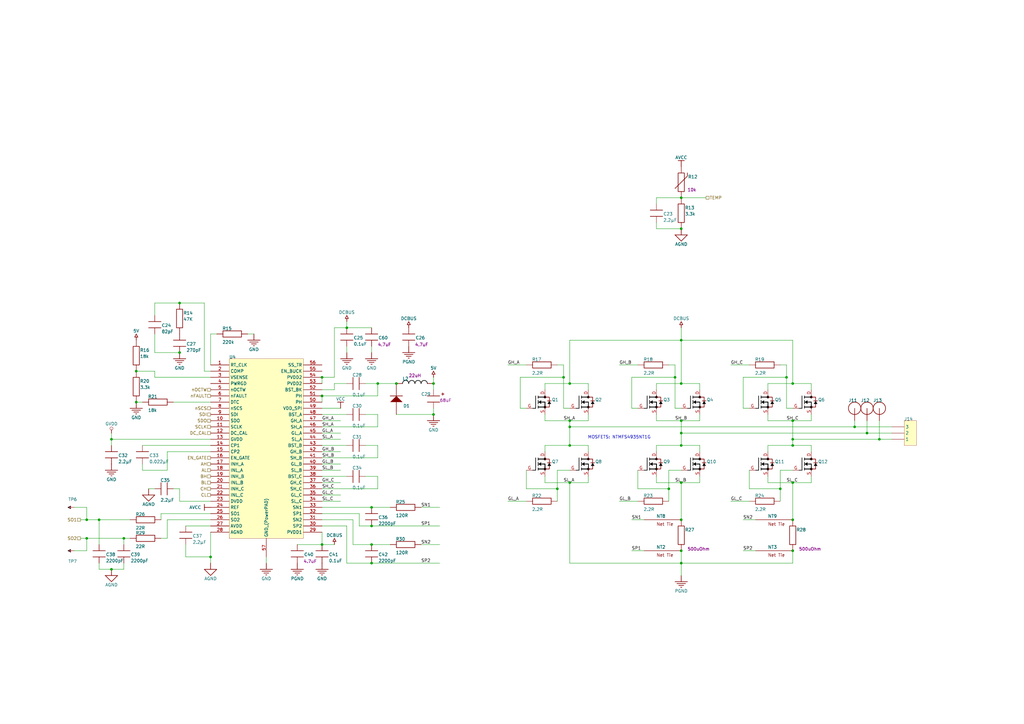
<source format=kicad_sch>
(kicad_sch (version 20231120) (generator "eeschema") (generator_version "8.0")
  (paper "A3")
  (junction (at 233.68 175.0822))
  (junction (at 152.4 215.7222))
  (junction (at 279.4 197.9422))
  (junction (at 40.64 213.1822))
  (junction (at 228.6 200.4822))
  (junction (at 233.68 197.9422))
  (junction (at 350.52 175.0822))
  (junction (at 279.4 157.3022))
  (junction (at 50.8 220.8022))
  (junction (at 73.66 124.2822))
  (junction (at 152.4 208.1022))
  (junction (at 45.72 180.1622))
  (junction (at 276.86 154.7622))
  (junction (at 279.4 225.8822))
  (junction (at 279.4 93.8022))
  (junction (at 325.12 213.1822))
  (junction (at 325.12 180.1622))
  (junction (at 279.4 172.5422))
  (junction (at 322.58 154.7622))
  (junction (at 162.56 157.3022))
  (junction (at 325.12 172.5422))
  (junction (at 279.4 213.1822))
  (junction (at 132.08 162.3822))
  (junction (at 154.94 157.3022))
  (junction (at 55.88 152.2222))
  (junction (at 177.8 170.0022))
  (junction (at 55.88 164.9222))
  (junction (at 86.36 228.4222))
  (junction (at 45.72 233.5022))
  (junction (at 233.68 157.3022))
  (junction (at 274.32 200.4822))
  (junction (at 142.24 134.4422))
  (junction (at 325.12 225.8822))
  (junction (at 325.12 157.3022))
  (junction (at 35.56 213.1822))
  (junction (at 279.4 230.9622))
  (junction (at 177.8 157.3022))
  (junction (at 355.6 177.6222))
  (junction (at 279.4 177.6222))
  (junction (at 279.4 139.5222))
  (junction (at 231.14 154.7622))
  (junction (at 233.68 182.7022))
  (junction (at 73.66 144.6022))
  (junction (at 279.4 182.7022))
  (junction (at 325.12 182.7022))
  (junction (at 152.4 223.3422))
  (junction (at 35.56 220.8022))
  (junction (at 279.4 81.1022))
  (junction (at 360.68 180.1622))
  (junction (at 233.68 172.5422))
  (junction (at 152.4 230.9622))
  (junction (at 132.08 223.3422))
  (junction (at 132.08 154.7622))
  (junction (at 320.04 200.4822))
  (junction (at 325.12 197.9422))
  (wire (pts (xy 76.2 223.3422) (xy 76.2 228.4222)))
  (wire (pts (xy 287.02 157.3022) (xy 287.02 159.8422)))
  (wire (pts (xy 325.12 167.4622) (xy 322.58 167.4622)))
  (wire (pts (xy 160.02 223.3422) (xy 152.4 223.3422)))
  (wire (pts (xy 101.6 136.9822) (xy 104.14 136.9822)))
  (wire (pts (xy 132.08 203.0222) (xy 139.7 203.0222)))
  (wire (pts (xy 144.78 223.3422) (xy 144.78 213.1822)))
  (wire (pts (xy 322.58 154.7622) (xy 304.8 154.7622)))
  (wire (pts (xy 109.22 230.9622) (xy 109.22 228.4222)))
  (wire (pts (xy 289.56 81.1022) (xy 279.4 81.1022)))
  (wire (pts (xy 63.5 152.2222) (xy 55.88 152.2222)))
  (wire (pts (xy 332.74 197.9422) (xy 332.74 195.4022)))
  (wire (pts (xy 152.4 223.3422) (xy 144.78 223.3422)))
  (wire (pts (xy 208.28 205.5622) (xy 215.9 205.5622)))
  (wire (pts (xy 45.72 180.1622) (xy 45.72 177.6222)))
  (wire (pts (xy 314.96 182.7022) (xy 325.12 182.7022)))
  (wire (pts (xy 142.24 230.9622) (xy 152.4 230.9622)))
  (wire (pts (xy 314.96 197.9422) (xy 325.12 197.9422)))
  (wire (pts (xy 58.42 192.8622) (xy 68.58 192.8622)))
  (wire (pts (xy 259.08 167.4622) (xy 261.62 167.4622)))
  (wire (pts (xy 66.04 210.6422) (xy 66.04 213.1822)))
  (wire (pts (xy 322.58 167.4622) (xy 322.58 154.7622)))
  (wire (pts (xy 142.24 134.4422) (xy 152.4 134.4422)))
  (wire (pts (xy 241.3 157.3022) (xy 241.3 159.8422)))
  (wire (pts (xy 40.64 223.3422) (xy 40.64 213.1822)))
  (wire (pts (xy 223.52 170.0022) (xy 223.52 172.5422)))
  (wire (pts (xy 172.72 223.3422) (xy 180.34 223.3422)))
  (wire (pts (xy 50.8 220.8022) (xy 35.56 220.8022)))
  (wire (pts (xy 86.36 218.2622) (xy 86.36 228.4222)))
  (wire (pts (xy 132.08 215.7222) (xy 142.24 215.7222)))
  (wire (pts (xy 86.36 205.5622) (xy 73.66 205.5622)))
  (wire (pts (xy 314.96 159.8422) (xy 314.96 157.3022)))
  (wire (pts (xy 254 149.6822) (xy 261.62 149.6822)))
  (wire (pts (xy 269.24 182.7022) (xy 279.4 182.7022)))
  (wire (pts (xy 45.72 180.1622) (xy 86.36 180.1622)))
  (wire (pts (xy 332.74 157.3022) (xy 332.74 159.8422)))
  (wire (pts (xy 86.36 136.9822) (xy 88.9 136.9822)))
  (wire (pts (xy 233.68 230.9622) (xy 279.4 230.9622)))
  (wire (pts (xy 132.08 164.9222) (xy 132.08 162.3822)))
  (wire (pts (xy 279.4 213.1822) (xy 279.4 197.9422)))
  (wire (pts (xy 58.42 164.9222) (xy 55.88 164.9222)))
  (wire (pts (xy 177.8 170.0022) (xy 162.56 170.0022)))
  (wire (pts (xy 137.16 134.4422) (xy 142.24 134.4422)))
  (wire (pts (xy 304.8 167.4622) (xy 307.34 167.4622)))
  (wire (pts (xy 269.24 195.4022) (xy 269.24 197.9422)))
  (wire (pts (xy 223.52 172.5422) (xy 233.68 172.5422)))
  (wire (pts (xy 86.36 213.1822) (xy 68.58 213.1822)))
  (wire (pts (xy 279.4 172.5422) (xy 287.02 172.5422)))
  (wire (pts (xy 40.64 213.1822) (xy 35.56 213.1822)))
  (wire (pts (xy 50.8 230.9622) (xy 50.8 233.5022)))
  (wire (pts (xy 53.34 220.8022) (xy 50.8 220.8022)))
  (wire (pts (xy 279.4 139.5222) (xy 325.12 139.5222)))
  (wire (pts (xy 68.58 185.2422) (xy 86.36 185.2422)))
  (wire (pts (xy 279.4 139.5222) (xy 279.4 157.3022)))
  (wire (pts (xy 279.4 157.3022) (xy 287.02 157.3022)))
  (wire (pts (xy 142.24 215.7222) (xy 142.24 230.9622)))
  (wire (pts (xy 58.42 190.3222) (xy 58.42 192.8622)))
  (wire (pts (xy 154.94 182.7022) (xy 154.94 187.7822)))
  (wire (pts (xy 132.08 205.5622) (xy 139.7 205.5622)))
  (wire (pts (xy 279.4 177.6222) (xy 355.6 177.6222)))
  (wire (pts (xy 73.66 205.5622) (xy 73.66 200.4822)))
  (wire (pts (xy 50.8 233.5022) (xy 45.72 233.5022)))
  (wire (pts (xy 287.02 182.7022) (xy 287.02 185.2422)))
  (wire (pts (xy 360.68 180.1622) (xy 360.68 172.5422)))
  (wire (pts (xy 172.72 208.1022) (xy 180.34 208.1022)))
  (wire (pts (xy 228.6 149.6822) (xy 231.14 149.6822)))
  (wire (pts (xy 325.12 213.1822) (xy 325.12 197.9422)))
  (wire (pts (xy 314.96 172.5422) (xy 325.12 172.5422)))
  (wire (pts (xy 279.4 236.0422) (xy 279.4 230.9622)))
  (wire (pts (xy 154.94 175.0822) (xy 132.08 175.0822)))
  (wire (pts (xy 149.86 195.4022) (xy 154.94 195.4022)))
  (wire (pts (xy 142.24 195.4022) (xy 132.08 195.4022)))
  (wire (pts (xy 276.86 149.6822) (xy 276.86 154.7622)))
  (wire (pts (xy 53.34 213.1822) (xy 40.64 213.1822)))
  (wire (pts (xy 132.08 223.3422) (xy 132.08 218.2622)))
  (wire (pts (xy 86.36 149.6822) (xy 86.36 136.9822)))
  (wire (pts (xy 132.08 180.1622) (xy 139.7 180.1622)))
  (wire (pts (xy 177.8 170.0022) (xy 177.8 167.4622)))
  (wire (pts (xy 269.24 172.5422) (xy 279.4 172.5422)))
  (wire (pts (xy 73.66 124.2822) (xy 63.5 124.2822)))
  (wire (pts (xy 325.12 180.1622) (xy 360.68 180.1622)))
  (wire (pts (xy 40.64 233.5022) (xy 40.64 230.9622)))
  (wire (pts (xy 320.04 192.8622) (xy 325.12 192.8622)))
  (wire (pts (xy 233.68 197.9422) (xy 241.3 197.9422)))
  (wire (pts (xy 233.68 197.9422) (xy 233.68 230.9622)))
  (wire (pts (xy 63.5 154.7622) (xy 63.5 152.2222)))
  (wire (pts (xy 45.72 182.7022) (xy 45.72 180.1622)))
  (wire (pts (xy 261.62 192.8622) (xy 261.62 200.4822)))
  (wire (pts (xy 177.8 159.8422) (xy 177.8 157.3022)))
  (wire (pts (xy 287.02 172.5422) (xy 287.02 170.0022)))
  (wire (pts (xy 132.08 154.7622) (xy 137.16 154.7622)))
  (wire (pts (xy 144.78 213.1822) (xy 132.08 213.1822)))
  (wire (pts (xy 355.6 177.6222) (xy 355.6 172.5422)))
  (wire (pts (xy 231.14 149.6822) (xy 231.14 154.7622)))
  (wire (pts (xy 276.86 167.4622) (xy 276.86 154.7622)))
  (wire (pts (xy 86.36 228.4222) (xy 86.36 230.9622)))
  (wire (pts (xy 241.3 172.5422) (xy 241.3 170.0022)))
  (wire (pts (xy 279.4 172.5422) (xy 279.4 177.6222)))
  (wire (pts (xy 215.9 192.8622) (xy 215.9 200.4822)))
  (wire (pts (xy 223.52 182.7022) (xy 233.68 182.7022)))
  (wire (pts (xy 241.3 182.7022) (xy 241.3 185.2422)))
  (wire (pts (xy 45.72 233.5022) (xy 40.64 233.5022)))
  (wire (pts (xy 228.6 205.5622) (xy 228.6 200.4822)))
  (wire (pts (xy 269.24 159.8422) (xy 269.24 157.3022)))
  (wire (pts (xy 279.4 139.5222) (xy 279.4 134.4422)))
  (wire (pts (xy 132.08 197.9422) (xy 139.7 197.9422)))
  (wire (pts (xy 63.5 144.6022) (xy 63.5 136.9822)))
  (wire (pts (xy 83.82 124.2822) (xy 73.66 124.2822)))
  (wire (pts (xy 325.12 172.5422) (xy 332.74 172.5422)))
  (wire (pts (xy 73.66 200.4822) (xy 71.12 200.4822)))
  (wire (pts (xy 223.52 195.4022) (xy 223.52 197.9422)))
  (wire (pts (xy 223.52 197.9422) (xy 233.68 197.9422)))
  (wire (pts (xy 314.96 195.4022) (xy 314.96 197.9422)))
  (wire (pts (xy 132.08 210.6422) (xy 147.32 210.6422)))
  (wire (pts (xy 274.32 149.6822) (xy 276.86 149.6822)))
  (wire (pts (xy 233.68 175.0822) (xy 350.52 175.0822)))
  (wire (pts (xy 137.16 157.3022) (xy 142.24 157.3022)))
  (wire (pts (xy 73.66 144.6022) (xy 63.5 144.6022)))
  (wire (pts (xy 325.12 182.7022) (xy 332.74 182.7022)))
  (wire (pts (xy 30.48 208.1022) (xy 35.56 208.1022)))
  (wire (pts (xy 228.6 192.8622) (xy 233.68 192.8622)))
  (wire (pts (xy 233.68 172.5422) (xy 233.68 175.0822)))
  (wire (pts (xy 274.32 205.5622) (xy 274.32 200.4822)))
  (wire (pts (xy 137.16 159.8422) (xy 137.16 157.3022)))
  (wire (pts (xy 50.8 223.3422) (xy 50.8 220.8022)))
  (wire (pts (xy 137.16 223.3422) (xy 132.08 223.3422)))
  (wire (pts (xy 132.08 190.3222) (xy 139.7 190.3222)))
  (wire (pts (xy 152.4 144.6022) (xy 152.4 142.0622)))
  (wire (pts (xy 299.72 205.5622) (xy 307.34 205.5622)))
  (wire (pts (xy 279.4 197.9422) (xy 287.02 197.9422)))
  (wire (pts (xy 320.04 200.4822) (xy 320.04 192.8622)))
  (wire (pts (xy 35.56 208.1022) (xy 35.56 213.1822)))
  (wire (pts (xy 76.2 228.4222) (xy 86.36 228.4222)))
  (wire (pts (xy 320.04 205.5622) (xy 320.04 200.4822)))
  (wire (pts (xy 35.56 213.1822) (xy 33.02 213.1822)))
  (wire (pts (xy 299.72 149.6822) (xy 307.34 149.6822)))
  (wire (pts (xy 325.12 157.3022) (xy 332.74 157.3022)))
  (wire (pts (xy 355.6 177.6222) (xy 365.76 177.6222)))
  (wire (pts (xy 274.32 200.4822) (xy 274.32 192.8622)))
  (wire (pts (xy 325.12 172.5422) (xy 325.12 180.1622)))
  (wire (pts (xy 325.12 197.9422) (xy 332.74 197.9422)))
  (wire (pts (xy 276.86 154.7622) (xy 259.08 154.7622)))
  (wire (pts (xy 86.36 152.2222) (xy 83.82 152.2222)))
  (wire (pts (xy 154.94 195.4022) (xy 154.94 200.4822)))
  (wire (pts (xy 350.52 175.0822) (xy 365.76 175.0822)))
  (wire (pts (xy 139.7 167.4622) (xy 132.08 167.4622)))
  (wire (pts (xy 121.92 223.3422) (xy 132.08 223.3422)))
  (wire (pts (xy 259.08 154.7622) (xy 259.08 167.4622)))
  (wire (pts (xy 269.24 157.3022) (xy 279.4 157.3022)))
  (wire (pts (xy 132.08 157.3022) (xy 132.08 154.7622)))
  (wire (pts (xy 63.5 124.2822) (xy 63.5 129.3622)))
  (wire (pts (xy 233.68 175.0822) (xy 233.68 182.7022)))
  (wire (pts (xy 147.32 215.7222) (xy 152.4 215.7222)))
  (wire (pts (xy 154.94 157.3022) (xy 149.86 157.3022)))
  (wire (pts (xy 309.88 225.8822) (xy 304.8 225.8822)))
  (wire (pts (xy 261.62 200.4822) (xy 274.32 200.4822)))
  (wire (pts (xy 307.34 192.8622) (xy 307.34 200.4822)))
  (wire (pts (xy 279.4 230.9622) (xy 279.4 225.8822)))
  (wire (pts (xy 287.02 197.9422) (xy 287.02 195.4022)))
  (wire (pts (xy 307.34 200.4822) (xy 320.04 200.4822)))
  (wire (pts (xy 149.86 182.7022) (xy 154.94 182.7022)))
  (wire (pts (xy 233.68 157.3022) (xy 241.3 157.3022)))
  (wire (pts (xy 279.4 177.6222) (xy 279.4 182.7022)))
  (wire (pts (xy 350.52 175.0822) (xy 350.52 172.5422)))
  (wire (pts (xy 304.8 154.7622) (xy 304.8 167.4622)))
  (wire (pts (xy 132.08 162.3822) (xy 154.94 162.3822)))
  (wire (pts (xy 132.08 192.8622) (xy 139.7 192.8622)))
  (wire (pts (xy 314.96 170.0022) (xy 314.96 172.5422)))
  (wire (pts (xy 132.08 172.5422) (xy 139.7 172.5422)))
  (wire (pts (xy 325.12 139.5222) (xy 325.12 157.3022)))
  (wire (pts (xy 68.58 213.1822) (xy 68.58 220.8022)))
  (wire (pts (xy 223.52 157.3022) (xy 233.68 157.3022)))
  (wire (pts (xy 325.12 180.1622) (xy 325.12 182.7022)))
  (wire (pts (xy 314.96 157.3022) (xy 325.12 157.3022)))
  (wire (pts (xy 228.6 200.4822) (xy 228.6 192.8622)))
  (wire (pts (xy 215.9 200.4822) (xy 228.6 200.4822)))
  (wire (pts (xy 332.74 182.7022) (xy 332.74 185.2422)))
  (wire (pts (xy 86.36 210.6422) (xy 66.04 210.6422)))
  (wire (pts (xy 152.4 208.1022) (xy 132.08 208.1022)))
  (wire (pts (xy 279.4 93.8022) (xy 269.24 93.8022)))
  (wire (pts (xy 142.24 182.7022) (xy 132.08 182.7022)))
  (wire (pts (xy 154.94 200.4822) (xy 132.08 200.4822)))
  (wire (pts (xy 68.58 192.8622) (xy 68.58 185.2422)))
  (wire (pts (xy 231.14 154.7622) (xy 213.36 154.7622)))
  (wire (pts (xy 213.36 154.7622) (xy 213.36 167.4622)))
  (wire (pts (xy 160.02 208.1022) (xy 152.4 208.1022)))
  (wire (pts (xy 223.52 185.2422) (xy 223.52 182.7022)))
  (wire (pts (xy 142.24 142.0622) (xy 142.24 144.6022)))
  (wire (pts (xy 264.16 225.8822) (xy 259.08 225.8822)))
  (wire (pts (xy 154.94 187.7822) (xy 132.08 187.7822)))
  (wire (pts (xy 233.68 182.7022) (xy 241.3 182.7022)))
  (wire (pts (xy 279.4 230.9622) (xy 325.12 230.9622)))
  (wire (pts (xy 274.32 192.8622) (xy 279.4 192.8622)))
  (wire (pts (xy 30.48 225.8822) (xy 35.56 225.8822)))
  (wire (pts (xy 325.12 230.9622) (xy 325.12 225.8822)))
  (wire (pts (xy 154.94 170.0022) (xy 154.94 175.0822)))
  (wire (pts (xy 142.24 131.9022) (xy 142.24 134.4422)))
  (wire (pts (xy 76.2 215.7222) (xy 86.36 215.7222)))
  (wire (pts (xy 223.52 159.8422) (xy 223.52 157.3022)))
  (wire (pts (xy 279.4 167.4622) (xy 276.86 167.4622)))
  (wire (pts (xy 233.68 139.5222) (xy 279.4 139.5222)))
  (wire (pts (xy 147.32 210.6422) (xy 147.32 215.7222)))
  (wire (pts (xy 231.14 167.4622) (xy 231.14 154.7622)))
  (wire (pts (xy 208.28 149.6822) (xy 215.9 149.6822)))
  (wire (pts (xy 322.58 149.6822) (xy 322.58 154.7622)))
  (wire (pts (xy 241.3 197.9422) (xy 241.3 195.4022)))
  (wire (pts (xy 142.24 170.0022) (xy 132.08 170.0022)))
  (wire (pts (xy 269.24 93.8022) (xy 269.24 91.2622)))
  (wire (pts (xy 137.16 154.7622) (xy 137.16 134.4422)))
  (wire (pts (xy 152.4 215.7222) (xy 180.34 215.7222)))
  (wire (pts (xy 233.68 167.4622) (xy 231.14 167.4622)))
  (wire (pts (xy 332.74 172.5422) (xy 332.74 170.0022)))
  (wire (pts (xy 35.56 220.8022) (xy 33.02 220.8022)))
  (wire (pts (xy 83.82 152.2222) (xy 83.82 124.2822)))
  (wire (pts (xy 213.36 167.4622) (xy 215.9 167.4622)))
  (wire (pts (xy 269.24 185.2422) (xy 269.24 182.7022)))
  (wire (pts (xy 86.36 182.7022) (xy 58.42 182.7022)))
  (wire (pts (xy 264.16 213.1822) (xy 259.08 213.1822)))
  (wire (pts (xy 314.96 185.2422) (xy 314.96 182.7022)))
  (wire (pts (xy 86.36 154.7622) (xy 63.5 154.7622)))
  (wire (pts (xy 132.08 159.8422) (xy 137.16 159.8422)))
  (wire (pts (xy 269.24 197.9422) (xy 279.4 197.9422)))
  (wire (pts (xy 35.56 225.8822) (xy 35.56 220.8022)))
  (wire (pts (xy 152.4 230.9622) (xy 180.34 230.9622)))
  (wire (pts (xy 279.4 182.7022) (xy 287.02 182.7022)))
  (wire (pts (xy 60.96 200.4822) (xy 63.5 200.4822)))
  (wire (pts (xy 320.04 149.6822) (xy 322.58 149.6822)))
  (wire (pts (xy 269.24 81.1022) (xy 279.4 81.1022)))
  (wire (pts (xy 233.68 157.3022) (xy 233.68 139.5222)))
  (wire (pts (xy 233.68 172.5422) (xy 241.3 172.5422)))
  (wire (pts (xy 177.8 157.3022) (xy 177.8 154.7622)))
  (wire (pts (xy 360.68 180.1622) (xy 365.76 180.1622)))
  (wire (pts (xy 149.86 170.0022) (xy 154.94 170.0022)))
  (wire (pts (xy 154.94 157.3022) (xy 162.56 157.3022)))
  (wire (pts (xy 309.88 213.1822) (xy 304.8 213.1822)))
  (wire (pts (xy 254 205.5622) (xy 261.62 205.5622)))
  (wire (pts (xy 71.12 164.9222) (xy 86.36 164.9222)))
  (wire (pts (xy 269.24 83.6422) (xy 269.24 81.1022)))
  (wire (pts (xy 68.58 220.8022) (xy 66.04 220.8022)))
  (wire (pts (xy 269.24 170.0022) (xy 269.24 172.5422)))
  (wire (pts (xy 132.08 177.6222) (xy 139.7 177.6222)))
  (wire (pts (xy 132.08 185.2422) (xy 139.7 185.2422)))
  (wire (pts (xy 154.94 162.3822) (xy 154.94 157.3022)))
  (text "MOSFETS: NTMFS4935NT1G" (at 254 180.1622 0) (effects (font (size 1.27 1.27)) (justify bottom)))
  (label "SP1" (at 172.72 215.7222 0))
  (label "SH_C" (at 322.58 172.5422 0))
  (label "GH_A" (at 208.28 149.6822 0))
  (label "SH_C" (at 132.08 200.4822 0))
  (label "GH_B" (at 254 149.6822 0))
  (label "SL_B" (at 132.08 192.8622 0))
  (label "SP1" (at 259.08 225.8822 0))
  (label "SP2" (at 172.72 230.9622 0))
  (label "SN1" (at 172.72 208.1022 0))
  (label "SH_B" (at 132.08 187.7822 0))
  (label "GH_B" (at 132.08 185.2422 0))
  (label "SL_B" (at 276.86 197.9422 0))
  (label "SN2" (at 304.8 213.1822 0))
  (label "SN1" (at 259.08 213.1822 0))
  (label "GL_B" (at 254 205.5622 0))
  (label "SP2" (at 304.8 225.8822 0))
  (label "GL_C" (at 132.08 203.0222 0))
  (label "GH_C" (at 299.72 149.6822 0))
  (label "SH_B" (at 276.86 172.5422 0))
  (label "SH_A" (at 132.08 175.0822 0))
  (label "SL_C" (at 322.58 197.9422 0))
  (label "SL_A" (at 132.08 180.1622 0))
  (label "SN2" (at 172.72 223.3422 0))
  (label "GL_C" (at 299.72 205.5622 0))
  (label "GH_A" (at 132.08 172.5422 0))
  (label "GH_C" (at 132.08 197.9422 0))
  (label "SL_A" (at 231.14 197.9422 0))
  (label "GL_A" (at 132.08 177.6222 0))
  (label "GL_B" (at 132.08 190.3222 0))
  (label "GL_A" (at 208.28 205.5622 0))
  (label "SL_C" (at 132.08 205.5622 0))
  (label "SH_A" (at 231.14 172.5422 0))
  (hierarchical_label "AH" (shape passive) (at 86.36 190.3222 180))
  (hierarchical_label "CH" (shape passive) (at 86.36 200.4822 180))
  (hierarchical_label "nSCS" (shape passive) (at 86.36 167.4622 180))
  (hierarchical_label "SO2" (shape passive) (at 33.02 220.8022 180))
  (hierarchical_label "SDI" (shape passive) (at 86.36 170.0022 180))
  (hierarchical_label "SDO" (shape passive) (at 86.36 172.5422 180))
  (hierarchical_label "TEMP" (shape passive) (at 289.56 81.1022 0))
  (hierarchical_label "SCLK" (shape passive) (at 86.36 175.0822 180))
  (hierarchical_label "AL" (shape passive) (at 86.36 192.8622 180))
  (hierarchical_label "EN_GATE" (shape passive) (at 86.36 187.7822 180))
  (hierarchical_label "CL" (shape passive) (at 86.36 203.0222 180))
  (hierarchical_label "BH" (shape passive) (at 86.36 195.4022 180))
  (hierarchical_label "BL" (shape passive) (at 86.36 197.9422 180))
  (hierarchical_label "nFAULT" (shape passive) (at 86.36 162.3822 180))
  (hierarchical_label "nOCTW" (shape passive) (at 86.36 159.8422 180))
  (hierarchical_label "SO1" (shape passive) (at 33.02 213.1822 180))
  (hierarchical_label "DC_CAL" (shape passive) (at 86.36 177.6222 180))
  (symbol (lib_id "odrive-altium-import:Motor 0_1_GRM188R71H104KA93D") (at 149.86 182.7022 0) (unit 1)
    (property "Reference" "C31" (at 144.526 179.9082 0) (effects (justify left bottom)))
    (property "Value" "${CAPACITANCE}" (at 144.526 188.0362 0) (effects (justify left bottom)))
    (property "Footprint" "CAPC1608X09L" (effects (hide yes)))
    (property "Description" "CAP CER 0.1UF 50V X7R 0603" (effects (hide yes)))
    (property "SUPPLIER 1" "Digi-Key" (effects (hide yes)))
    (property "SUPPLIER PART NUMBER 1" "490-1519-2-ND" (effects (hide yes)))
    (property "MANUFACTURER" "Murata Electronics North America" (effects (hide yes)))
    (property "MANUFACTURER PART NUMBER" "GRM188R71H104KA93D" (effects (hide yes)))
    (property "ROHS" "RoHS Compliant" (effects (hide yes)))
    (property "CATEGORY" "Capacitors" (effects (hide yes)))
    (property "PRICING 1" "4000=0.01822, 8000=0.01663, 12000=0.01584 (USD)" (effects (hide yes)))
    (property "PACKAGING" "Tape & Reel (TR)" (effects (hide yes)))
    (property "CAPACITANCE" "0.1uF" (effects (hide yes)))
    (property "TOLERANCE" "±10%" (effects (hide yes)))
    (property "VOLTAGE - RATED" "50V" (effects (hide yes)))
    (property "TEMPERATURE COEFFICIENT" "X7R" (effects (hide yes)))
    (property "MOUNTING TYPE" "Surface Mount, MLCC" (effects (hide yes)))
    (property "OPERATING TEMPERATURE" "-55°C ~ 125°C" (effects (hide yes)))
    (property "APPLICATIONS" "General Purpose" (effects (hide yes)))
    (property "RATINGS" "-" (effects (hide yes)))
    (property "PACKAGE / CASE" "0603 (1608 Metric)" (effects (hide yes)))
    (property "SIZE / DIMENSION" "0.063\" L x 0.032\" W (1.60mm x 0.80mm)" (effects (hide yes)))
    (property "HEIGHT - SEATED (MAX)" "-" (effects (hide yes)))
    (property "THICKNESS (MAX)" "0.035\" (0.90mm)" (effects (hide yes)))
    (property "LEAD SPACING" "-" (effects (hide yes)))
    (property "FEATURES" "-" (effects (hide yes)))
    (property "LEAD STYLE" "-" (effects (hide yes)))
    (property "COMPONENTLINK1URL" "http://www.murata.com/~/media/webrenewal/support/library/catalog/products/capacitor/mlcc/c02e.ashx?la=en-us" (effects (hide yes)))
    (property "COMPONENTLINK1DESCRIPTION" "http://www.murata.com/~/media/webrenewal/support/library/catalog/products/capacitor/mlcc/c02e.ashx?la=en-us" (effects (hide yes)))
    (property "STOCK" "19812000" (effects (hide yes)))
    (property "PART STATUS" "Active" (effects (hide yes)))
    (property "SUPPLIER 2" "Digi-Key" (effects (hide yes)))
    (property "SUPPLIER PART NUMBER 2" "490-1519-1-ND" (effects (hide yes)))
    (property "PRICING 2" "1=0.12, 10=0.084, 100=0.0396, 500=0.02778, 1000=0.023 (USD)" (effects (hide yes)))
  )
  (symbol (lib_id "odrive-altium-import:Motor 0_3_RC0603FR-07220KL") (at 88.9 136.9822 0) (unit 1)
    (property "Reference" "R15" (at 91.186 135.4582 0) (effects (justify left bottom)))
    (property "Value" "220k" (at 91.186 141.0462 0) (effects (justify left bottom)))
    (property "Footprint" "RESC1608X55N" (effects (hide yes)))
    (property "Description" "RES SMD 220K OHM 1% 1/10W 0603" (effects (hide yes)))
    (property "SUPPLIER 1" "Digi-Key" (effects (hide yes)))
    (property "SUPPLIER PART NUMBER 1" "311-220KHRCT-ND" (effects (hide yes)))
    (property "MANUFACTURER" "Yageo" (effects (hide yes)))
    (property "MANUFACTURER PART NUMBER" "RC0603FR-07220KL" (effects (hide yes)))
    (property "ROHS" "RoHS Compliant" (effects (hide yes)))
    (property "CATEGORY" "Resistors" (effects (hide yes)))
    (property "STOCK 1" "204390" (effects (hide yes)))
    (property "PRICING 1" "1=0.1, 10=0.014, 25=0.01, 100=0.0057, 250=0.00436, 500=0.00348, 1000=0.00257, 2500=0.00223 (USD)" (effects (hide yes)))
    (property "PACKAGING" "Cut Tape (CT)" (effects (hide yes)))
    (property "RESISTANCE (OHMS)" "220k" (effects (hide yes)))
    (property "TOLERANCE" "±1%" (effects (hide yes)))
    (property "POWER (WATTS)" "0.1W, 1/10W" (effects (hide yes)))
    (property "COMPOSITION" "Thick Film" (effects (hide yes)))
    (property "FEATURES" "Moisture Resistant" (effects (hide yes)))
    (property "TEMPERATURE COEFFICIENT" "±100ppm/°C" (effects (hide yes)))
    (property "OPERATING TEMPERATURE" "-55°C ~ 155°C" (effects (hide yes)))
    (property "PACKAGE / CASE" "0603 (1608 Metric)" (effects (hide yes)))
    (property "SUPPLIER DEVICE PACKAGE" "0603" (effects (hide yes)))
    (property "SIZE / DIMENSION" "0.063\" L x 0.031\" W (1.60mm x 0.80mm)" (effects (hide yes)))
    (property "HEIGHT" "0.022\" (0.55mm)" (effects (hide yes)))
    (property "NUMBER OF TERMINATIONS" "2" (effects (hide yes)))
    (property "COMPONENTLINK1URL" "http://www.yageo.com/documents/recent/PYu-RC_Group_51_RoHS_L_04.pdf" (effects (hide yes)))
    (property "COMPONENTLINK1DESCRIPTION" "http://www.yageo.com/documents/recent/PYu-RC_Group_51_RoHS_L_04.pdf" (effects (hide yes)))
  )
  (symbol (lib_id "odrive-altium-import:Motor 0_2_TESTPOINT") (at 30.48 208.1022 0) (unit 1)
    (property "Reference" "TP6" (at 27.94 205.5622 0) (effects (justify left bottom)))
    (property "Value" "TESTPOINT" (effects (hide yes)))
    (property "Footprint" "TP-R30" (effects (hide yes)))
    (property "Description" "SMD test pin" (effects (hide yes)))
  )
  (symbol (lib_id "odrive-altium-import:DCBUS_ARROW") (at 137.16 223.3422 180) (unit 1)
    (property "Reference" "#PWR?" (effects (hide yes)))
    (property "Value" "DCBUS" (at 137.16 219.5322 0))
  )
  (symbol (lib_id "odrive-altium-import:DCBUS_ARROW") (at 142.24 131.9022 180) (unit 1)
    (property "Reference" "#PWR?" (effects (hide yes)))
    (property "Value" "DCBUS" (at 142.24 128.0922 0))
  )
  (symbol (lib_id "odrive-altium-import:Motor 0_0_GRM188R61C225KE15D") (at 45.72 190.3222 0) (unit 1)
    (property "Reference" "C32" (at 48.514 187.5282 0) (effects (justify left bottom)))
    (property "Value" "${CAPACITANCE}" (at 48.514 190.0682 0) (effects (justify left bottom)))
    (property "Footprint" "CAPC1608X09L" (effects (hide yes)))
    (property "Description" "CAP CER 2.2UF 16V X5R 0603" (effects (hide yes)))
    (property "SUPPLIER 1" "Digi-Key" (effects (hide yes)))
    (property "SUPPLIER PART NUMBER 1" "490-3296-1-ND" (effects (hide yes)))
    (property "MANUFACTURER" "Murata Electronics North America" (effects (hide yes)))
    (property "MANUFACTURER PART NUMBER" "GRM188R61C225KE15D" (effects (hide yes)))
    (property "ROHS" "RoHS Compliant" (effects (hide yes)))
    (property "CATEGORY" "Capacitors" (effects (hide yes)))
    (property "STOCK 1" "1255740" (effects (hide yes)))
    (property "PRICING 1" "1=0.12, 10=0.08, 50=0.046, 100=0.038, 250=0.032, 500=0.0268, 1000=0.022 (USD)" (effects (hide yes)))
    (property "PACKAGING" "Cut Tape (CT)" (effects (hide yes)))
    (property "CAPACITANCE" "2.2µF" (effects (hide yes)))
    (property "TOLERANCE" "±10%" (effects (hide yes)))
    (property "VOLTAGE - RATED" "16V" (effects (hide yes)))
    (property "TEMPERATURE COEFFICIENT" "X5R" (effects (hide yes)))
    (property "MOUNTING TYPE" "Surface Mount, MLCC" (effects (hide yes)))
    (property "OPERATING TEMPERATURE" "-55°C ~ 85°C" (effects (hide yes)))
    (property "APPLICATIONS" "General Purpose" (effects (hide yes)))
    (property "RATINGS" "-" (effects (hide yes)))
    (property "PACKAGE / CASE" "0603 (1608 Metric)" (effects (hide yes)))
    (property "SIZE / DIMENSION" "0.063\" L x 0.031\" W (1.60mm x 0.80mm)" (effects (hide yes)))
    (property "HEIGHT - SEATED (MAX)" "-" (effects (hide yes)))
    (property "THICKNESS (MAX)" "0.035\" (0.90mm)" (effects (hide yes)))
    (property "LEAD SPACING" "-" (effects (hide yes)))
    (property "FEATURES" "-" (effects (hide yes)))
    (property "LEAD STYLE" "-" (effects (hide yes)))
    (property "COMPONENTLINK1URL" "http://www.murata.com/~/media/webrenewal/support/library/catalog/products/capacitor/mlcc/c02e.pdf" (effects (hide yes)))
    (property "COMPONENTLINK1DESCRIPTION" "http://www.murata.com/~/media/webrenewal/support/library/catalog/products/capacitor/mlcc/c02e.pdf" (effects (hide yes)))
  )
  (symbol (lib_id "odrive-altium-import:Motor 0_2_GRM1885C2A820JA01D") (at 63.5 129.3622 0) (unit 1)
    (property "Reference" "C24" (at 66.294 134.1882 0) (effects (justify left bottom)))
    (property "Value" "${CAPACITANCE}" (at 66.294 136.7282 0) (effects (justify left bottom)))
    (property "Footprint" "CAPC1608X09L" (effects (hide yes)))
    (property "Description" "CAP CER 82PF 100V NP0 0603" (effects (hide yes)))
    (property "SUPPLIER 1" "Digi-Key" (effects (hide yes)))
    (property "SUPPLIER PART NUMBER 1" "490-1349-1-ND" (effects (hide yes)))
    (property "MANUFACTURER" "Murata Electronics North America" (effects (hide yes)))
    (property "MANUFACTURER PART NUMBER" "GRM1885C2A820JA01D" (effects (hide yes)))
    (property "ROHS" "RoHS Compliant" (effects (hide yes)))
    (property "CATEGORY" "Capacitors" (effects (hide yes)))
    (property "STOCK 1" "58970" (effects (hide yes)))
    (property "PRICING 1" "1=0.1, 10=0.052, 50=0.028, 100=0.0237, 250=0.01936, 500=0.01656, 1000=0.0129 (USD)" (effects (hide yes)))
    (property "PACKAGING" "Cut Tape (CT)" (effects (hide yes)))
    (property "CAPACITANCE" "82pF" (effects (hide yes)))
    (property "TOLERANCE" "±5%" (effects (hide yes)))
    (property "VOLTAGE - RATED" "100V" (effects (hide yes)))
    (property "TEMPERATURE COEFFICIENT" "C0G, NP0" (effects (hide yes)))
    (property "MOUNTING TYPE" "Surface Mount, MLCC" (effects (hide yes)))
    (property "OPERATING TEMPERATURE" "-55°C ~ 125°C" (effects (hide yes)))
    (property "APPLICATIONS" "General Purpose" (effects (hide yes)))
    (property "RATINGS" "-" (effects (hide yes)))
    (property "PACKAGE / CASE" "0603 (1608 Metric)" (effects (hide yes)))
    (property "SIZE / DIMENSION" "0.063\" L x 0.031\" W (1.60mm x 0.80mm)" (effects (hide yes)))
    (property "HEIGHT - SEATED (MAX)" "-" (effects (hide yes)))
    (property "THICKNESS (MAX)" "0.035\" (0.90mm)" (effects (hide yes)))
    (property "LEAD SPACING" "-" (effects (hide yes)))
    (property "FEATURES" "-" (effects (hide yes)))
    (property "LEAD STYLE" "-" (effects (hide yes)))
    (property "COMPONENTLINK1URL" "http://www.murata.com/~/media/webrenewal/support/library/catalog/products/capacitor/mlcc/c02e.pdf" (effects (hide yes)))
    (property "COMPONENTLINK1DESCRIPTION" "http://www.murata.com/~/media/webrenewal/support/library/catalog/products/capacitor/mlcc/c02e.pdf" (effects (hide yes)))
  )
  (symbol (lib_id "odrive-altium-import:GVDD_CIRCLE") (at 45.72 177.6222 180) (unit 1)
    (property "Reference" "#PWR?" (effects (hide yes)))
    (property "Value" "GVDD" (at 45.72 173.8122 0))
  )
  (symbol (lib_id "odrive-altium-import:Motor 0_2_GRM1885C1H271JA01D") (at 73.66 136.9822 0) (unit 1)
    (property "Reference" "C27" (at 76.454 141.8082 0) (effects (justify left bottom)))
    (property "Value" "${CAPACITANCE}" (at 76.454 144.3482 0) (effects (justify left bottom)))
    (property "Footprint" "CAPC1608X09L" (effects (hide yes)))
    (property "Description" "CAP CER 270PF 50V NP0 0603" (effects (hide yes)))
    (property "SUPPLIER 1" "Digi-Key" (effects (hide yes)))
    (property "SUPPLIER PART NUMBER 1" "490-1437-1-ND" (effects (hide yes)))
    (property "MANUFACTURER" "Murata Electronics North America" (effects (hide yes)))
    (property "MANUFACTURER PART NUMBER" "GRM1885C1H271JA01D" (effects (hide yes)))
    (property "ROHS" "RoHS Compliant" (effects (hide yes)))
    (property "CATEGORY" "Capacitors" (effects (hide yes)))
    (property "STOCK 1" "46048" (effects (hide yes)))
    (property "PRICING 1" "1=0.1, 10=0.048, 50=0.026, 100=0.022, 250=0.018, 500=0.0154, 1000=0.012 (USD)" (effects (hide yes)))
    (property "PACKAGING" "Cut Tape (CT)" (effects (hide yes)))
    (property "CAPACITANCE" "270pF" (effects (hide yes)))
    (property "TOLERANCE" "±5%" (effects (hide yes)))
    (property "VOLTAGE - RATED" "50V" (effects (hide yes)))
    (property "TEMPERATURE COEFFICIENT" "C0G, NP0" (effects (hide yes)))
    (property "MOUNTING TYPE" "Surface Mount, MLCC" (effects (hide yes)))
    (property "OPERATING TEMPERATURE" "-55°C ~ 125°C" (effects (hide yes)))
    (property "APPLICATIONS" "General Purpose" (effects (hide yes)))
    (property "RATINGS" "-" (effects (hide yes)))
    (property "PACKAGE / CASE" "0603 (1608 Metric)" (effects (hide yes)))
    (property "SIZE / DIMENSION" "0.063\" L x 0.031\" W (1.60mm x 0.80mm)" (effects (hide yes)))
    (property "HEIGHT - SEATED (MAX)" "-" (effects (hide yes)))
    (property "THICKNESS (MAX)" "0.035\" (0.90mm)" (effects (hide yes)))
    (property "LEAD SPACING" "-" (effects (hide yes)))
    (property "FEATURES" "-" (effects (hide yes)))
    (property "LEAD STYLE" "-" (effects (hide yes)))
    (property "COMPONENTLINK1URL" "http://www.murata.com/~/media/webrenewal/support/library/catalog/products/capacitor/mlcc/c02e.pdf" (effects (hide yes)))
    (property "COMPONENTLINK1DESCRIPTION" "http://www.murata.com/~/media/webrenewal/support/library/catalog/products/capacitor/mlcc/c02e.pdf" (effects (hide yes)))
  )
  (symbol (lib_id "odrive-altium-import:PGND_POWER_GROUND") (at 279.4 236.0422 0) (unit 1)
    (property "Reference" "#PWR?" (effects (hide yes)))
    (property "Value" "PGND" (at 279.4 242.3922 0))
  )
  (symbol (lib_id "odrive-altium-import:GND_POWER_GROUND") (at 55.88 164.9222 0) (unit 1)
    (property "Reference" "#PWR?" (effects (hide yes)))
    (property "Value" "GND" (at 55.88 171.2722 0))
  )
  (symbol (lib_id "odrive-altium-import:Motor 0_1_GRM188R71H104KA93D") (at 149.86 170.0022 0) (unit 1)
    (property "Reference" "C30" (at 144.526 167.2082 0) (effects (justify left bottom)))
    (property "Value" "${CAPACITANCE}" (at 144.526 175.3362 0) (effects (justify left bottom)))
    (property "Footprint" "CAPC1608X09L" (effects (hide yes)))
    (property "Description" "CAP CER 0.1UF 50V X7R 0603" (effects (hide yes)))
    (property "SUPPLIER 1" "Digi-Key" (effects (hide yes)))
    (property "SUPPLIER PART NUMBER 1" "490-1519-2-ND" (effects (hide yes)))
    (property "MANUFACTURER" "Murata Electronics North America" (effects (hide yes)))
    (property "MANUFACTURER PART NUMBER" "GRM188R71H104KA93D" (effects (hide yes)))
    (property "ROHS" "RoHS Compliant" (effects (hide yes)))
    (property "CATEGORY" "Capacitors" (effects (hide yes)))
    (property "PRICING 1" "4000=0.01822, 8000=0.01663, 12000=0.01584 (USD)" (effects (hide yes)))
    (property "PACKAGING" "Tape & Reel (TR)" (effects (hide yes)))
    (property "CAPACITANCE" "0.1uF" (effects (hide yes)))
    (property "TOLERANCE" "±10%" (effects (hide yes)))
    (property "VOLTAGE - RATED" "50V" (effects (hide yes)))
    (property "TEMPERATURE COEFFICIENT" "X7R" (effects (hide yes)))
    (property "MOUNTING TYPE" "Surface Mount, MLCC" (effects (hide yes)))
    (property "OPERATING TEMPERATURE" "-55°C ~ 125°C" (effects (hide yes)))
    (property "APPLICATIONS" "General Purpose" (effects (hide yes)))
    (property "RATINGS" "-" (effects (hide yes)))
    (property "PACKAGE / CASE" "0603 (1608 Metric)" (effects (hide yes)))
    (property "SIZE / DIMENSION" "0.063\" L x 0.032\" W (1.60mm x 0.80mm)" (effects (hide yes)))
    (property "HEIGHT - SEATED (MAX)" "-" (effects (hide yes)))
    (property "THICKNESS (MAX)" "0.035\" (0.90mm)" (effects (hide yes)))
    (property "LEAD SPACING" "-" (effects (hide yes)))
    (property "FEATURES" "-" (effects (hide yes)))
    (property "LEAD STYLE" "-" (effects (hide yes)))
    (property "COMPONENTLINK1URL" "http://www.murata.com/~/media/webrenewal/support/library/catalog/products/capacitor/mlcc/c02e.ashx?la=en-us" (effects (hide yes)))
    (property "COMPONENTLINK1DESCRIPTION" "http://www.murata.com/~/media/webrenewal/support/library/catalog/products/capacitor/mlcc/c02e.ashx?la=en-us" (effects (hide yes)))
    (property "STOCK" "19812000" (effects (hide yes)))
    (property "PART STATUS" "Active" (effects (hide yes)))
    (property "SUPPLIER 2" "Digi-Key" (effects (hide yes)))
    (property "SUPPLIER PART NUMBER 2" "490-1519-1-ND" (effects (hide yes)))
    (property "PRICING 2" "1=0.12, 10=0.084, 100=0.0396, 500=0.02778, 1000=0.023 (USD)" (effects (hide yes)))
  )
  (symbol (lib_id "odrive-altium-import:Motor 0_0_GRM188R61C225KE15D") (at 269.24 91.2622 0) (unit 1)
    (property "Reference" "C23" (at 272.034 88.4682 0) (effects (justify left bottom)))
    (property "Value" "${CAPACITANCE}" (at 272.034 91.0082 0) (effects (justify left bottom)))
    (property "Footprint" "CAPC1608X09L" (effects (hide yes)))
    (property "Description" "CAP CER 2.2UF 16V X5R 0603" (effects (hide yes)))
    (property "SUPPLIER 1" "Digi-Key" (effects (hide yes)))
    (property "SUPPLIER PART NUMBER 1" "490-3296-1-ND" (effects (hide yes)))
    (property "MANUFACTURER" "Murata Electronics North America" (effects (hide yes)))
    (property "MANUFACTURER PART NUMBER" "GRM188R61C225KE15D" (effects (hide yes)))
    (property "ROHS" "RoHS Compliant" (effects (hide yes)))
    (property "CATEGORY" "Capacitors" (effects (hide yes)))
    (property "STOCK 1" "1255740" (effects (hide yes)))
    (property "PRICING 1" "1=0.12, 10=0.08, 50=0.046, 100=0.038, 250=0.032, 500=0.0268, 1000=0.022 (USD)" (effects (hide yes)))
    (property "PACKAGING" "Cut Tape (CT)" (effects (hide yes)))
    (property "CAPACITANCE" "2.2µF" (effects (hide yes)))
    (property "TOLERANCE" "±10%" (effects (hide yes)))
    (property "VOLTAGE - RATED" "16V" (effects (hide yes)))
    (property "TEMPERATURE COEFFICIENT" "X5R" (effects (hide yes)))
    (property "MOUNTING TYPE" "Surface Mount, MLCC" (effects (hide yes)))
    (property "OPERATING TEMPERATURE" "-55°C ~ 85°C" (effects (hide yes)))
    (property "APPLICATIONS" "General Purpose" (effects (hide yes)))
    (property "RATINGS" "-" (effects (hide yes)))
    (property "PACKAGE / CASE" "0603 (1608 Metric)" (effects (hide yes)))
    (property "SIZE / DIMENSION" "0.063\" L x 0.031\" W (1.60mm x 0.80mm)" (effects (hide yes)))
    (property "HEIGHT - SEATED (MAX)" "-" (effects (hide yes)))
    (property "THICKNESS (MAX)" "0.035\" (0.90mm)" (effects (hide yes)))
    (property "LEAD SPACING" "-" (effects (hide yes)))
    (property "FEATURES" "-" (effects (hide yes)))
    (property "LEAD STYLE" "-" (effects (hide yes)))
    (property "COMPONENTLINK1URL" "http://www.murata.com/~/media/webrenewal/support/library/catalog/products/capacitor/mlcc/c02e.pdf" (effects (hide yes)))
    (property "COMPONENTLINK1DESCRIPTION" "http://www.murata.com/~/media/webrenewal/support/library/catalog/products/capacitor/mlcc/c02e.pdf" (effects (hide yes)))
  )
  (symbol (lib_id "odrive-altium-import:Motor 0_2_RC0603FR-073K3L") (at 55.88 152.2222 0) (unit 1)
    (property "Reference" "R20" (at 57.404 157.0482 0) (effects (justify left bottom)))
    (property "Value" "3.3k" (at 57.404 159.5882 0) (effects (justify left bottom)))
    (property "Footprint" "RESC1608X55N" (effects (hide yes)))
    (property "Description" "RES SMD 3.3K OHM 1% 1/10W 0603" (effects (hide yes)))
    (property "SUPPLIER 1" "Digi-Key" (effects (hide yes)))
    (property "SUPPLIER PART NUMBER 1" "311-3.30KHRCT-ND" (effects (hide yes)))
    (property "MANUFACTURER" "Yageo" (effects (hide yes)))
    (property "MANUFACTURER PART NUMBER" "RC0603FR-073K3L" (effects (hide yes)))
    (property "ROHS" "RoHS Compliant" (effects (hide yes)))
    (property "CATEGORY" "Resistors" (effects (hide yes)))
    (property "STOCK 1" "420019" (effects (hide yes)))
    (property "PRICING 1" "1=0.1, 10=0.014, 25=0.01, 100=0.0057, 250=0.00436, 500=0.00348, 1000=0.00257, 2500=0.00223 (USD)" (effects (hide yes)))
    (property "PACKAGING" "Cut Tape (CT)" (effects (hide yes)))
    (property "RESISTANCE (OHMS)" "3.3k" (effects (hide yes)))
    (property "TOLERANCE" "±1%" (effects (hide yes)))
    (property "POWER (WATTS)" "0.1W, 1/10W" (effects (hide yes)))
    (property "COMPOSITION" "Thick Film" (effects (hide yes)))
    (property "FEATURES" "Moisture Resistant" (effects (hide yes)))
    (property "TEMPERATURE COEFFICIENT" "±100ppm/°C" (effects (hide yes)))
    (property "OPERATING TEMPERATURE" "-55°C ~ 155°C" (effects (hide yes)))
    (property "PACKAGE / CASE" "0603 (1608 Metric)" (effects (hide yes)))
    (property "SUPPLIER DEVICE PACKAGE" "0603" (effects (hide yes)))
    (property "SIZE / DIMENSION" "0.063\" L x 0.031\" W (1.60mm x 0.80mm)" (effects (hide yes)))
    (property "HEIGHT" "0.022\" (0.55mm)" (effects (hide yes)))
    (property "NUMBER OF TERMINATIONS" "2" (effects (hide yes)))
    (property "COMPONENTLINK1URL" "http://www.yageo.com/documents/recent/PYu-RC_Group_51_RoHS_L_04.pdf" (effects (hide yes)))
    (property "COMPONENTLINK1DESCRIPTION" "http://www.yageo.com/documents/recent/PYu-RC_Group_51_RoHS_L_04.pdf" (effects (hide yes)))
  )
  (symbol (lib_id "odrive-altium-import:GND_POWER_GROUND") (at 104.14 136.9822 0) (unit 1)
    (property "Reference" "#PWR?" (effects (hide yes)))
    (property "Value" "GND" (at 104.14 143.3322 0))
  )
  (symbol (lib_id "odrive-altium-import:Motor 0_0_NTMFS4935NT1G") (at 241.3 164.9222 0) (unit 1)
    (property "Reference" "Q2" (at 244.094 164.6682 0) (effects (justify left bottom)))
    (property "Value" "FILL_FOOTPRINT" (effects (hide yes)))
    (property "Footprint" "SO8FL_FILL" (effects (hide yes)))
    (property "Description" "MOSFET N-CH 30V 13A SO8FL" (effects (hide yes)))
    (property "SUPPLIER 1" "Digi-Key" (effects (hide yes)))
    (property "SUPPLIER PART NUMBER 1" "NTMFS4935NT1GOSCT-ND" (effects (hide yes)))
    (property "MANUFACTURER" "ON Semiconductor" (effects (hide yes)))
    (property "ROHS" "RoHS Compliant" (effects (hide yes)))
    (property "CATEGORY" "Discrete Semiconductor Products" (effects (hide yes)))
    (property "STOCK 1" "932" (effects (hide yes)))
    (property "PRICING 1" "1=0.61, 10=0.541, 100=0.4145, 500=0.3277 (USD)" (effects (hide yes)))
    (property "PACKAGING" "Cut Tape (CT)" (effects (hide yes)))
    (property "PART STATUS" "Active" (effects (hide yes)))
    (property "FET TYPE" "N-Channel" (effects (hide yes)))
    (property "TECHNOLOGY" "MOSFET (Metal Oxide)" (effects (hide yes)))
    (property "DRAIN TO SOURCE VOLTAGE (VDSS)" "30V" (effects (hide yes)))
    (property "CURRENT - CONTINUOUS DRAIN (ID) @ 25°C" "13A (Ta), 93A (Tc)" (effects (hide yes)))
    (property "DRIVE VOLTAGE (MAX RDS ON,  MIN RDS ON)" "4.5V, 10V" (effects (hide yes)))
    (property "VGS(TH) (MAX) @ ID" "2.2V @ 250µA" (effects (hide yes)))
    (property "GATE CHARGE (QG) (MAX) @ VGS" "49.4nC @ 10V" (effects (hide yes)))
    (property "INPUT CAPACITANCE (CISS) (MAX) @ VDS" "4850pF @ 15V" (effects (hide yes)))
    (property "VGS (MAX)" "±20V" (effects (hide yes)))
    (property "FET FEATURE" "-" (effects (hide yes)))
    (property "POWER DISSIPATION (MAX)" "930mW (Ta), 48W (Tc)" (effects (hide yes)))
    (property "RDS ON (MAX) @ ID, VGS" "3.2 mOhm @ 30A, 10V" (effects (hide yes)))
    (property "OPERATING TEMPERATURE" "-55°C ~ 150°C (TJ)" (effects (hide yes)))
    (property "MOUNTING TYPE" "Surface Mount" (effects (hide yes)))
    (property "SUPPLIER DEVICE PACKAGE" "5-DFN (5x6) (8-SOFL)" (effects (hide yes)))
    (property "PACKAGE / CASE" "8-PowerTDFN, 5 Leads" (effects (hide yes)))
    (property "COMPONENTLINK1URL" "http://www.onsemi.com/pub_link/Collateral/NTMFS4935N-D.PDF" (effects (hide yes)))
    (property "COMPONENTLINK1DESCRIPTION" "http://www.onsemi.com/pub_link/Collateral/NTMFS4935N-D.PDF" (effects (hide yes)))
    (property "MANUFACTURER PART NUMBER" "NTMFS4935NT1G" (effects (hide yes)))
  )
  (symbol (lib_id "odrive-altium-import:Motor 0_2_RC0603FR-0747KL") (at 73.66 124.2822 0) (unit 1)
    (property "Reference" "R14" (at 75.184 129.1082 0) (effects (justify left bottom)))
    (property "Value" "47K" (at 75.184 131.6482 0) (effects (justify left bottom)))
    (property "Footprint" "RESC1608X55N" (effects (hide yes)))
    (property "Description" "RES SMD 47K OHM 1% 1/10W 0603" (effects (hide yes)))
    (property "SUPPLIER 1" "Digi-Key" (effects (hide yes)))
    (property "SUPPLIER PART NUMBER 1" "311-47.0KHRCT-ND" (effects (hide yes)))
    (property "MANUFACTURER" "Yageo" (effects (hide yes)))
    (property "MANUFACTURER PART NUMBER" "RC0603FR-0747KL" (effects (hide yes)))
    (property "ROHS" "RoHS Compliant" (effects (hide yes)))
    (property "CATEGORY" "Resistors" (effects (hide yes)))
    (property "STOCK 1" "930868" (effects (hide yes)))
    (property "PRICING 1" "1=0.1, 10=0.014, 25=0.01, 100=0.0057, 250=0.00436, 500=0.00348, 1000=0.00257, 2500=0.00223 (USD)" (effects (hide yes)))
    (property "PACKAGING" "Cut Tape (CT)" (effects (hide yes)))
    (property "RESISTANCE (OHMS)" "47k" (effects (hide yes)))
    (property "TOLERANCE" "±1%" (effects (hide yes)))
    (property "POWER (WATTS)" "0.1W, 1/10W" (effects (hide yes)))
    (property "COMPOSITION" "Thick Film" (effects (hide yes)))
    (property "FEATURES" "Moisture Resistant" (effects (hide yes)))
    (property "TEMPERATURE COEFFICIENT" "±100ppm/°C" (effects (hide yes)))
    (property "OPERATING TEMPERATURE" "-55°C ~ 155°C" (effects (hide yes)))
    (property "PACKAGE / CASE" "0603 (1608 Metric)" (effects (hide yes)))
    (property "SUPPLIER DEVICE PACKAGE" "0603" (effects (hide yes)))
    (property "SIZE / DIMENSION" "0.063\" L x 0.031\" W (1.60mm x 0.80mm)" (effects (hide yes)))
    (property "HEIGHT" "0.022\" (0.55mm)" (effects (hide yes)))
    (property "NUMBER OF TERMINATIONS" "2" (effects (hide yes)))
    (property "COMPONENTLINK1URL" "http://www.yageo.com/documents/recent/PYu-RC_Group_51_RoHS_L_04.pdf" (effects (hide yes)))
    (property "COMPONENTLINK1DESCRIPTION" "http://www.yageo.com/documents/recent/PYu-RC_Group_51_RoHS_L_04.pdf" (effects (hide yes)))
  )
  (symbol (lib_id "odrive-altium-import:AGND_SIGNAL_GROUND") (at 279.4 93.8022 0) (unit 1)
    (property "Reference" "#PWR?" (effects (hide yes)))
    (property "Value" "AGND" (at 279.4 100.1522 0))
  )
  (symbol (lib_id "odrive-altium-import:GND_POWER_GROUND") (at 142.24 144.6022 0) (unit 1)
    (property "Reference" "#PWR?" (effects (hide yes)))
    (property "Value" "GND" (at 142.24 150.9522 0))
  )
  (symbol (lib_id "odrive-altium-import:Motor 0_0_DRV8301") (at 93.98 220.8022 0) (unit 1)
    (property "Reference" "U4" (at 93.98 147.1422 0) (effects (justify left bottom)))
    (property "Footprint" "TSSOP50P810X120_HS-57N" (effects (hide yes)))
    (property "Description" "MOTOR DRIVER, 3PH, 56HTSSOP" (effects (hide yes)))
  )
  (symbol (lib_id "odrive-altium-import:Motor 0_0_NTMFS4935NT1G") (at 241.3 190.3222 0) (unit 1)
    (property "Reference" "Q8" (at 244.094 190.0682 0) (effects (justify left bottom)))
    (property "Footprint" "SO8FL" (effects (hide yes)))
    (property "Description" "MOSFET N-CH 30V 13A SO8FL" (effects (hide yes)))
    (property "SUPPLIER 1" "Digi-Key" (effects (hide yes)))
    (property "SUPPLIER PART NUMBER 1" "NTMFS4935NT1GOSCT-ND" (effects (hide yes)))
    (property "MANUFACTURER" "ON Semiconductor" (effects (hide yes)))
    (property "ROHS" "RoHS Compliant" (effects (hide yes)))
    (property "CATEGORY" "Discrete Semiconductor Products" (effects (hide yes)))
    (property "STOCK 1" "932" (effects (hide yes)))
    (property "PRICING 1" "1=0.61, 10=0.541, 100=0.4145, 500=0.3277 (USD)" (effects (hide yes)))
    (property "PACKAGING" "Cut Tape (CT)" (effects (hide yes)))
    (property "PART STATUS" "Active" (effects (hide yes)))
    (property "FET TYPE" "N-Channel" (effects (hide yes)))
    (property "TECHNOLOGY" "MOSFET (Metal Oxide)" (effects (hide yes)))
    (property "DRAIN TO SOURCE VOLTAGE (VDSS)" "30V" (effects (hide yes)))
    (property "CURRENT - CONTINUOUS DRAIN (ID) @ 25°C" "13A (Ta), 93A (Tc)" (effects (hide yes)))
    (property "DRIVE VOLTAGE (MAX RDS ON,  MIN RDS ON)" "4.5V, 10V" (effects (hide yes)))
    (property "VGS(TH) (MAX) @ ID" "2.2V @ 250µA" (effects (hide yes)))
    (property "GATE CHARGE (QG) (MAX) @ VGS" "49.4nC @ 10V" (effects (hide yes)))
    (property "INPUT CAPACITANCE (CISS) (MAX) @ VDS" "4850pF @ 15V" (effects (hide yes)))
    (property "VGS (MAX)" "±20V" (effects (hide yes)))
    (property "FET FEATURE" "-" (effects (hide yes)))
    (property "POWER DISSIPATION (MAX)" "930mW (Ta), 48W (Tc)" (effects (hide yes)))
    (property "RDS ON (MAX) @ ID, VGS" "3.2 mOhm @ 30A, 10V" (effects (hide yes)))
    (property "OPERATING TEMPERATURE" "-55°C ~ 150°C (TJ)" (effects (hide yes)))
    (property "MOUNTING TYPE" "Surface Mount" (effects (hide yes)))
    (property "SUPPLIER DEVICE PACKAGE" "5-DFN (5x6) (8-SOFL)" (effects (hide yes)))
    (property "PACKAGE / CASE" "8-PowerTDFN, 5 Leads" (effects (hide yes)))
    (property "COMPONENTLINK1URL" "http://www.onsemi.com/pub_link/Collateral/NTMFS4935N-D.PDF" (effects (hide yes)))
    (property "COMPONENTLINK1DESCRIPTION" "http://www.onsemi.com/pub_link/Collateral/NTMFS4935N-D.PDF" (effects (hide yes)))
    (property "MANUFACTURER PART NUMBER" "NTMFS4935NT1G" (effects (hide yes)))
  )
  (symbol (lib_id "odrive-altium-import:Motor 0_2_GRM1885C1H222JA01D") (at 50.8 223.3422 0) (unit 1)
    (property "Reference" "C39" (at 53.594 228.1682 0) (effects (justify left bottom)))
    (property "Value" "${CAPACITANCE}" (at 53.594 230.7082 0) (effects (justify left bottom)))
    (property "Footprint" "CAPC1608X09L" (effects (hide yes)))
    (property "Description" "CAP CER 2200PF 50V NP0 0603" (effects (hide yes)))
    (property "SUPPLIER 1" "Digi-Key" (effects (hide yes)))
    (property "SUPPLIER PART NUMBER 1" "490-1459-1-ND" (effects (hide yes)))
    (property "MANUFACTURER" "Murata Electronics North America" (effects (hide yes)))
    (property "ROHS" "RoHS Compliant" (effects (hide yes)))
    (property "CATEGORY" "Capacitors" (effects (hide yes)))
    (property "STOCK 1" "850589" (effects (hide yes)))
    (property "PRICING 1" "1=0.11, 10=0.08, 25=0.058, 50=0.0434, 100=0.0355, 250=0.02972, 500=0.02536, 1000=0.01992 (USD)" (effects (hide yes)))
    (property "PACKAGING" "Cut Tape (CT)" (effects (hide yes)))
    (property "CAPACITANCE" "2200pF" (effects (hide yes)))
    (property "TOLERANCE" "±5%" (effects (hide yes)))
    (property "VOLTAGE - RATED" "50V" (effects (hide yes)))
    (property "TEMPERATURE COEFFICIENT" "C0G, NP0" (effects (hide yes)))
    (property "MOUNTING TYPE" "Surface Mount, MLCC" (effects (hide yes)))
    (property "OPERATING TEMPERATURE" "-55°C ~ 125°C" (effects (hide yes)))
    (property "APPLICATIONS" "General Purpose" (effects (hide yes)))
    (property "RATINGS" "-" (effects (hide yes)))
    (property "PACKAGE / CASE" "0603 (1608 Metric)" (effects (hide yes)))
    (property "SIZE / DIMENSION" "0.063\" L x 0.031\" W (1.60mm x 0.80mm)" (effects (hide yes)))
    (property "HEIGHT - SEATED (MAX)" "-" (effects (hide yes)))
    (property "THICKNESS (MAX)" "0.035\" (0.90mm)" (effects (hide yes)))
    (property "LEAD SPACING" "-" (effects (hide yes)))
    (property "FEATURES" "-" (effects (hide yes)))
    (property "LEAD STYLE" "-" (effects (hide yes)))
    (property "COMPONENTLINK1URL" "http://www.murata.com/~/media/webrenewal/support/library/catalog/products/capacitor/mlcc/c02e.ashx" (effects (hide yes)))
    (property "COMPONENTLINK1DESCRIPTION" "http://www.murata.com/~/media/webrenewal/support/library/catalog/products/capacitor/mlcc/c02e.ashx" (effects (hide yes)))
    (property "PART STATUS" "Active" (effects (hide yes)))
  )
  (symbol (lib_id "odrive-altium-import:Motor 0_2_GRM1885C1H222JA01D") (at 152.4 208.1022 0) (unit 1)
    (property "Reference" "C36" (at 155.194 212.9282 0) (effects (justify left bottom)))
    (property "Value" "${CAPACITANCE}" (at 155.194 215.4682 0) (effects (justify left bottom)))
    (property "Footprint" "CAPC1608X09L" (effects (hide yes)))
    (property "Description" "CAP CER 2200PF 50V NP0 0603" (effects (hide yes)))
    (property "SUPPLIER 1" "Digi-Key" (effects (hide yes)))
    (property "SUPPLIER PART NUMBER 1" "490-1459-1-ND" (effects (hide yes)))
    (property "MANUFACTURER" "Murata Electronics North America" (effects (hide yes)))
    (property "ROHS" "RoHS Compliant" (effects (hide yes)))
    (property "CATEGORY" "Capacitors" (effects (hide yes)))
    (property "STOCK 1" "850589" (effects (hide yes)))
    (property "PRICING 1" "1=0.11, 10=0.08, 25=0.058, 50=0.0434, 100=0.0355, 250=0.02972, 500=0.02536, 1000=0.01992 (USD)" (effects (hide yes)))
    (property "PACKAGING" "Cut Tape (CT)" (effects (hide yes)))
    (property "CAPACITANCE" "2200pF" (effects (hide yes)))
    (property "TOLERANCE" "±5%" (effects (hide yes)))
    (property "VOLTAGE - RATED" "50V" (effects (hide yes)))
    (property "TEMPERATURE COEFFICIENT" "C0G, NP0" (effects (hide yes)))
    (property "MOUNTING TYPE" "Surface Mount, MLCC" (effects (hide yes)))
    (property "OPERATING TEMPERATURE" "-55°C ~ 125°C" (effects (hide yes)))
    (property "APPLICATIONS" "General Purpose" (effects (hide yes)))
    (property "RATINGS" "-" (effects (hide yes)))
    (property "PACKAGE / CASE" "0603 (1608 Metric)" (effects (hide yes)))
    (property "SIZE / DIMENSION" "0.063\" L x 0.031\" W (1.60mm x 0.80mm)" (effects (hide yes)))
    (property "HEIGHT - SEATED (MAX)" "-" (effects (hide yes)))
    (property "THICKNESS (MAX)" "0.035\" (0.90mm)" (effects (hide yes)))
    (property "LEAD SPACING" "-" (effects (hide yes)))
    (property "FEATURES" "-" (effects (hide yes)))
    (property "LEAD STYLE" "-" (effects (hide yes)))
    (property "COMPONENTLINK1URL" "http://www.murata.com/~/media/webrenewal/support/library/catalog/products/capacitor/mlcc/c02e.ashx" (effects (hide yes)))
    (property "COMPONENTLINK1DESCRIPTION" "http://www.murata.com/~/media/webrenewal/support/library/catalog/products/capacitor/mlcc/c02e.ashx" (effects (hide yes)))
    (property "PART STATUS" "Active" (effects (hide yes)))
  )
  (symbol (lib_id "odrive-altium-import:Motor 0_2_GRM188R71H104KA93D") (at 132.08 223.3422 0) (unit 1)
    (property "Reference" "C41" (at 134.874 228.1682 0) (effects (justify left bottom)))
    (property "Value" "${CAPACITANCE}" (at 134.874 230.7082 0) (effects (justify left bottom)))
    (property "Footprint" "CAPC1608X09L" (effects (hide yes)))
    (property "Description" "CAP CER 0.1UF 50V X7R 0603" (effects (hide yes)))
    (property "SUPPLIER 1" "Digi-Key" (effects (hide yes)))
    (property "SUPPLIER PART NUMBER 1" "490-1519-2-ND" (effects (hide yes)))
    (property "MANUFACTURER" "Murata Electronics North America" (effects (hide yes)))
    (property "MANUFACTURER PART NUMBER" "GRM188R71H104KA93D" (effects (hide yes)))
    (property "ROHS" "RoHS Compliant" (effects (hide yes)))
    (property "CATEGORY" "Capacitors" (effects (hide yes)))
    (property "PRICING 1" "4000=0.01822, 8000=0.01663, 12000=0.01584 (USD)" (effects (hide yes)))
    (property "PACKAGING" "Tape & Reel (TR)" (effects (hide yes)))
    (property "CAPACITANCE" "0.1uF" (effects (hide yes)))
    (property "TOLERANCE" "±10%" (effects (hide yes)))
    (property "VOLTAGE - RATED" "50V" (effects (hide yes)))
    (property "TEMPERATURE COEFFICIENT" "X7R" (effects (hide yes)))
    (property "MOUNTING TYPE" "Surface Mount, MLCC" (effects (hide yes)))
    (property "OPERATING TEMPERATURE" "-55°C ~ 125°C" (effects (hide yes)))
    (property "APPLICATIONS" "General Purpose" (effects (hide yes)))
    (property "RATINGS" "-" (effects (hide yes)))
    (property "PACKAGE / CASE" "0603 (1608 Metric)" (effects (hide yes)))
    (property "SIZE / DIMENSION" "0.063\" L x 0.032\" W (1.60mm x 0.80mm)" (effects (hide yes)))
    (property "HEIGHT - SEATED (MAX)" "-" (effects (hide yes)))
    (property "THICKNESS (MAX)" "0.035\" (0.90mm)" (effects (hide yes)))
    (property "LEAD SPACING" "-" (effects (hide yes)))
    (property "FEATURES" "-" (effects (hide yes)))
    (property "LEAD STYLE" "-" (effects (hide yes)))
    (property "COMPONENTLINK1URL" "http://www.murata.com/~/media/webrenewal/support/library/catalog/products/capacitor/mlcc/c02e.ashx?la=en-us" (effects (hide yes)))
    (property "COMPONENTLINK1DESCRIPTION" "http://www.murata.com/~/media/webrenewal/support/library/catalog/products/capacitor/mlcc/c02e.ashx?la=en-us" (effects (hide yes)))
    (property "STOCK" "19812000" (effects (hide yes)))
    (property "PART STATUS" "Active" (effects (hide yes)))
    (property "SUPPLIER 2" "Digi-Key" (effects (hide yes)))
    (property "SUPPLIER PART NUMBER 2" "490-1519-1-ND" (effects (hide yes)))
    (property "PRICING 2" "1=0.12, 10=0.084, 100=0.0396, 500=0.02778, 1000=0.023 (USD)" (effects (hide yes)))
  )
  (symbol (lib_id "odrive-altium-import:AGND_SIGNAL_GROUND") (at 45.72 233.5022 0) (unit 1)
    (property "Reference" "#PWR?" (effects (hide yes)))
    (property "Value" "AGND" (at 45.72 239.8522 0))
  )
  (symbol (lib_id "odrive-altium-import:Motor 0_1_RC0603FR-07120RL") (at 172.72 208.1022 0) (unit 1)
    (property "Reference" "R25" (at 162.306 206.5782 0) (effects (justify left bottom)))
    (property "Value" "120R" (at 162.306 212.1662 0) (effects (justify left bottom)))
    (property "Footprint" "RESC1608X55N" (effects (hide yes)))
    (property "Description" "RES SMD 120 OHM 1% 1/10W 0603" (effects (hide yes)))
    (property "SUPPLIER 1" "Digi-Key" (effects (hide yes)))
    (property "SUPPLIER PART NUMBER 1" "311-120HRCT-ND" (effects (hide yes)))
    (property "MANUFACTURER" "Yageo" (effects (hide yes)))
    (property "MANUFACTURER PART NUMBER" "RC0603FR-07120RL" (effects (hide yes)))
    (property "ROHS" "RoHS Compliant" (effects (hide yes)))
    (property "CATEGORY" "Resistors" (effects (hide yes)))
    (property "STOCK 1" "1545282" (effects (hide yes)))
    (property "PRICING 1" "1=0.1, 10=0.014, 25=0.01, 100=0.0057, 250=0.00436, 500=0.00348, 1000=0.00257, 2500=0.00223 (USD)" (effects (hide yes)))
    (property "PACKAGING" "Cut Tape (CT)" (effects (hide yes)))
    (property "RESISTANCE (OHMS)" "120" (effects (hide yes)))
    (property "TOLERANCE" "±1%" (effects (hide yes)))
    (property "POWER (WATTS)" "0.1W, 1/10W" (effects (hide yes)))
    (property "COMPOSITION" "Thick Film" (effects (hide yes)))
    (property "FEATURES" "Moisture Resistant" (effects (hide yes)))
    (property "TEMPERATURE COEFFICIENT" "±100ppm/°C" (effects (hide yes)))
    (property "OPERATING TEMPERATURE" "-55°C ~ 155°C" (effects (hide yes)))
    (property "PACKAGE / CASE" "0603 (1608 Metric)" (effects (hide yes)))
    (property "SUPPLIER DEVICE PACKAGE" "0603" (effects (hide yes)))
    (property "SIZE / DIMENSION" "0.063\" L x 0.031\" W (1.60mm x 0.80mm)" (effects (hide yes)))
    (property "HEIGHT" "0.022\" (0.55mm)" (effects (hide yes)))
    (property "NUMBER OF TERMINATIONS" "2" (effects (hide yes)))
    (property "COMPONENTLINK1URL" "http://www.yageo.com/documents/recent/PYu-RC_Group_51_RoHS_L_04.pdf" (effects (hide yes)))
    (property "COMPONENTLINK1DESCRIPTION" "http://www.yageo.com/documents/recent/PYu-RC_Group_51_RoHS_L_04.pdf" (effects (hide yes)))
  )
  (symbol (lib_id "odrive-altium-import:Motor 0_1_RC0603FR-0722RL") (at 66.04 213.1822 0) (unit 1)
    (property "Reference" "R26" (at 55.626 211.6582 0) (effects (justify left bottom)))
    (property "Value" "22R" (at 55.626 217.2462 0) (effects (justify left bottom)))
    (property "Footprint" "RESC1608X55N" (effects (hide yes)))
    (property "Description" "RES SMD 22 OHM 1% 1/10W 0603" (effects (hide yes)))
    (property "SUPPLIER 1" "Digi-Key" (effects (hide yes)))
    (property "SUPPLIER PART NUMBER 1" "311-22.0HRCT-ND" (effects (hide yes)))
    (property "MANUFACTURER" "Yageo" (effects (hide yes)))
    (property "MANUFACTURER PART NUMBER" "RC0603FR-0722RL" (effects (hide yes)))
    (property "ROHS" "RoHS Compliant" (effects (hide yes)))
    (property "CATEGORY" "Resistors" (effects (hide yes)))
    (property "STOCK 1" "575303" (effects (hide yes)))
    (property "PRICING 1" "1=0.1, 10=0.014, 25=0.01, 100=0.0057, 250=0.00436, 500=0.00348, 1000=0.00257, 2500=0.00223 (USD)" (effects (hide yes)))
    (property "PACKAGING" "Cut Tape (CT)" (effects (hide yes)))
    (property "RESISTANCE (OHMS)" "22" (effects (hide yes)))
    (property "TOLERANCE" "±1%" (effects (hide yes)))
    (property "POWER (WATTS)" "0.1W, 1/10W" (effects (hide yes)))
    (property "COMPOSITION" "Thick Film" (effects (hide yes)))
    (property "FEATURES" "Moisture Resistant" (effects (hide yes)))
    (property "TEMPERATURE COEFFICIENT" "±100ppm/°C" (effects (hide yes)))
    (property "OPERATING TEMPERATURE" "-55°C ~ 155°C" (effects (hide yes)))
    (property "PACKAGE / CASE" "0603 (1608 Metric)" (effects (hide yes)))
    (property "SUPPLIER DEVICE PACKAGE" "0603" (effects (hide yes)))
    (property "SIZE / DIMENSION" "0.063\" L x 0.031\" W (1.60mm x 0.80mm)" (effects (hide yes)))
    (property "HEIGHT" "0.022\" (0.55mm)" (effects (hide yes)))
    (property "NUMBER OF TERMINATIONS" "2" (effects (hide yes)))
    (property "COMPONENTLINK1URL" "http://www.yageo.com/documents/recent/PYu-RC_Group_51_RoHS_L_04.pdf" (effects (hide yes)))
    (property "COMPONENTLINK1DESCRIPTION" "http://www.yageo.com/documents/recent/PYu-RC_Group_51_RoHS_L_04.pdf" (effects (hide yes)))
  )
  (symbol (lib_id "odrive-altium-import:Motor 0_0_CSR2512C0R0005F") (at 279.4 225.8822 0) (unit 1)
    (property "Reference" "R27" (at 280.924 218.0082 0) (effects (justify left bottom)))
    (property "Value" "500uOhm" (effects (hide yes)))
    (property "Footprint" "RESC6432X09N" (effects (hide yes)))
    (property "Description" "RES SMD 0.0005 OHM 1% 3W 2512" (effects (hide yes)))
    (property "ALTIUM_VALUE" "500uOhm" (at 281.94 225.8822 0) (effects (justify left bottom)))
    (property "SUPPLIER 1" "Digi-Key" (effects (hide yes)))
    (property "SUPPLIER PART NUMBER 1" "696-1183-2-ND" (effects (hide yes)))
    (property "MANUFACTURER" "Riedon" (effects (hide yes)))
    (property "ROHS" "RoHS Compliant" (effects (hide yes)))
    (property "CATEGORY" "Resistors" (effects (hide yes)))
    (property "STOCK" "2000" (effects (hide yes)))
    (property "PRICING 1" "2000=0.19817, 6000=0.1937, 10000=0.187, 50000=0.18148 (USD)" (effects (hide yes)))
    (property "PACKAGING" "Tape & Reel (TR)" (effects (hide yes)))
    (property "PART STATUS" "Active" (effects (hide yes)))
    (property "TOLERANCE" "±1%" (effects (hide yes)))
    (property "POWER (WATTS)" "3W" (effects (hide yes)))
    (property "COMPOSITION" "Metal Element" (effects (hide yes)))
    (property "FEATURES" "Current Sense" (effects (hide yes)))
    (property "TEMPERATURE COEFFICIENT" "±100ppm/°C" (effects (hide yes)))
    (property "OPERATING TEMPERATURE" "-55°C ~ 170°C" (effects (hide yes)))
    (property "PACKAGE / CASE" "2512 (6432 Metric)" (effects (hide yes)))
    (property "SUPPLIER DEVICE PACKAGE" "2512" (effects (hide yes)))
    (property "SIZE / DIMENSION" "0.250\" L x 0.118\" W (6.35mm x 3.00mm)" (effects (hide yes)))
    (property "HEIGHT - SEATED (MAX)" "0.057\" (1.45mm)" (effects (hide yes)))
    (property "FAILURE RATE" "-" (effects (hide yes)))
    (property "COMPONENTLINK1URL" "http://riedon.com/media/pdf/CSR.pdf" (effects (hide yes)))
    (property "COMPONENTLINK1DESCRIPTION" "http://riedon.com/media/pdf/CSR.pdf" (effects (hide yes)))
    (property "SUPPLIER 2" "Digi-Key" (effects (hide yes)))
    (property "SUPPLIER PART NUMBER 2" "696-1183-1-ND" (effects (hide yes)))
    (property "PRICING 2" "1=0.69, 10=0.574, 25=0.4916, 50=0.4426, 100=0.3852, 250=0.3442, 500=0.27864, 1000=0.22536 (USD)" (effects (hide yes)))
    (property "MANUFACTURER PART NUMBER" "CSR2512C0R0005F" (effects (hide yes)))
  )
  (symbol (lib_id "odrive-altium-import:AVCC_BAR") (at 279.4 68.4022 180) (unit 1)
    (property "Reference" "#PWR?" (effects (hide yes)))
    (property "Value" "AVCC" (at 279.4 64.5922 0))
  )
  (symbol (lib_id "odrive-altium-import:DCBUS_ARROW") (at 167.64 134.4422 180) (unit 1)
    (property "Reference" "#PWR?" (effects (hide yes)))
    (property "Value" "DCBUS" (at 167.64 130.6322 0))
  )
  (symbol (lib_id "odrive-altium-import:Motor 0_0_NTMFS4935NT1G") (at 269.24 190.3222 0) (unit 1)
    (property "Reference" "Q9" (at 272.034 190.0682 0) (effects (justify left bottom)))
    (property "Footprint" "SO8FL" (effects (hide yes)))
    (property "Description" "MOSFET N-CH 30V 13A SO8FL" (effects (hide yes)))
    (property "SUPPLIER 1" "Digi-Key" (effects (hide yes)))
    (property "SUPPLIER PART NUMBER 1" "NTMFS4935NT1GOSCT-ND" (effects (hide yes)))
    (property "MANUFACTURER" "ON Semiconductor" (effects (hide yes)))
    (property "ROHS" "RoHS Compliant" (effects (hide yes)))
    (property "CATEGORY" "Discrete Semiconductor Products" (effects (hide yes)))
    (property "STOCK 1" "932" (effects (hide yes)))
    (property "PRICING 1" "1=0.61, 10=0.541, 100=0.4145, 500=0.3277 (USD)" (effects (hide yes)))
    (property "PACKAGING" "Cut Tape (CT)" (effects (hide yes)))
    (property "PART STATUS" "Active" (effects (hide yes)))
    (property "FET TYPE" "N-Channel" (effects (hide yes)))
    (property "TECHNOLOGY" "MOSFET (Metal Oxide)" (effects (hide yes)))
    (property "DRAIN TO SOURCE VOLTAGE (VDSS)" "30V" (effects (hide yes)))
    (property "CURRENT - CONTINUOUS DRAIN (ID) @ 25°C" "13A (Ta), 93A (Tc)" (effects (hide yes)))
    (property "DRIVE VOLTAGE (MAX RDS ON,  MIN RDS ON)" "4.5V, 10V" (effects (hide yes)))
    (property "VGS(TH) (MAX) @ ID" "2.2V @ 250µA" (effects (hide yes)))
    (property "GATE CHARGE (QG) (MAX) @ VGS" "49.4nC @ 10V" (effects (hide yes)))
    (property "INPUT CAPACITANCE (CISS) (MAX) @ VDS" "4850pF @ 15V" (effects (hide yes)))
    (property "VGS (MAX)" "±20V" (effects (hide yes)))
    (property "FET FEATURE" "-" (effects (hide yes)))
    (property "POWER DISSIPATION (MAX)" "930mW (Ta), 48W (Tc)" (effects (hide yes)))
    (property "RDS ON (MAX) @ ID, VGS" "3.2 mOhm @ 30A, 10V" (effects (hide yes)))
    (property "OPERATING TEMPERATURE" "-55°C ~ 150°C (TJ)" (effects (hide yes)))
    (property "MOUNTING TYPE" "Surface Mount" (effects (hide yes)))
    (property "SUPPLIER DEVICE PACKAGE" "5-DFN (5x6) (8-SOFL)" (effects (hide yes)))
    (property "PACKAGE / CASE" "8-PowerTDFN, 5 Leads" (effects (hide yes)))
    (property "COMPONENTLINK1URL" "http://www.onsemi.com/pub_link/Collateral/NTMFS4935N-D.PDF" (effects (hide yes)))
    (property "COMPONENTLINK1DESCRIPTION" "http://www.onsemi.com/pub_link/Collateral/NTMFS4935N-D.PDF" (effects (hide yes)))
    (property "MANUFACTURER PART NUMBER" "NTMFS4935NT1G" (effects (hide yes)))
  )
  (symbol (lib_id "odrive-altium-import:Motor 0_1_RC0603FR-07120RL") (at 172.72 223.3422 0) (unit 1)
    (property "Reference" "R30" (at 162.306 221.8182 0) (effects (justify left bottom)))
    (property "Value" "120R" (at 162.306 227.4062 0) (effects (justify left bottom)))
    (property "Footprint" "RESC1608X55N" (effects (hide yes)))
    (property "Description" "RES SMD 120 OHM 1% 1/10W 0603" (effects (hide yes)))
    (property "SUPPLIER 1" "Digi-Key" (effects (hide yes)))
    (property "SUPPLIER PART NUMBER 1" "311-120HRCT-ND" (effects (hide yes)))
    (property "MANUFACTURER" "Yageo" (effects (hide yes)))
    (property "MANUFACTURER PART NUMBER" "RC0603FR-07120RL" (effects (hide yes)))
    (property "ROHS" "RoHS Compliant" (effects (hide yes)))
    (property "CATEGORY" "Resistors" (effects (hide yes)))
    (property "STOCK 1" "1545282" (effects (hide yes)))
    (property "PRICING 1" "1=0.1, 10=0.014, 25=0.01, 100=0.0057, 250=0.00436, 500=0.00348, 1000=0.00257, 2500=0.00223 (USD)" (effects (hide yes)))
    (property "PACKAGING" "Cut Tape (CT)" (effects (hide yes)))
    (property "RESISTANCE (OHMS)" "120" (effects (hide yes)))
    (property "TOLERANCE" "±1%" (effects (hide yes)))
    (property "POWER (WATTS)" "0.1W, 1/10W" (effects (hide yes)))
    (property "COMPOSITION" "Thick Film" (effects (hide yes)))
    (property "FEATURES" "Moisture Resistant" (effects (hide yes)))
    (property "TEMPERATURE COEFFICIENT" "±100ppm/°C" (effects (hide yes)))
    (property "OPERATING TEMPERATURE" "-55°C ~ 155°C" (effects (hide yes)))
    (property "PACKAGE / CASE" "0603 (1608 Metric)" (effects (hide yes)))
    (property "SUPPLIER DEVICE PACKAGE" "0603" (effects (hide yes)))
    (property "SIZE / DIMENSION" "0.063\" L x 0.031\" W (1.60mm x 0.80mm)" (effects (hide yes)))
    (property "HEIGHT" "0.022\" (0.55mm)" (effects (hide yes)))
    (property "NUMBER OF TERMINATIONS" "2" (effects (hide yes)))
    (property "COMPONENTLINK1URL" "http://www.yageo.com/documents/recent/PYu-RC_Group_51_RoHS_L_04.pdf" (effects (hide yes)))
    (property "COMPONENTLINK1DESCRIPTION" "http://www.yageo.com/documents/recent/PYu-RC_Group_51_RoHS_L_04.pdf" (effects (hide yes)))
  )
  (symbol (lib_id "odrive-altium-import:Motor 0_0_NetTie_0.25mm") (at 271.78 225.8822 0) (unit 1)
    (property "Reference" "NT2" (at 269.24 225.1202 0) (effects (justify left bottom)))
    (property "Value" "0.25mm" (effects (hide yes)))
    (property "Footprint" "NetTie_0.25mm" (effects (hide yes)))
  )
  (symbol (lib_id "odrive-altium-import:AVCC_BAR") (at 86.36 208.1022 270) (unit 1)
    (property "Reference" "#PWR?" (effects (hide yes)))
    (property "Value" "AVCC" (at 82.55 208.1022 90) (effects (justify right)))
  )
  (symbol (lib_id "odrive-altium-import:5V_ARROW") (at 177.8 154.7622 180) (unit 1)
    (property "Reference" "#PWR?" (effects (hide yes)))
    (property "Value" "5V" (at 177.8 150.9522 0))
  )
  (symbol (lib_id "odrive-altium-import:Motor 0_1_M3 Spade Terminal") (at 350.52 172.5422 0) (unit 1)
    (property "Reference" "J11" (at 347.982 164.9242 0) (effects (justify left bottom)))
    (property "Footprint" "M3 Spade Hole" (effects (hide yes)))
    (property "Description" "M3 Spade Terminal" (effects (hide yes)))
  )
  (symbol (lib_id "odrive-altium-import:Motor 0_2_GRM1885C1H222JA01D") (at 152.4 223.3422 0) (unit 1)
    (property "Reference" "C42" (at 155.194 228.1682 0) (effects (justify left bottom)))
    (property "Value" "${CAPACITANCE}" (at 155.194 230.7082 0) (effects (justify left bottom)))
    (property "Footprint" "CAPC1608X09L" (effects (hide yes)))
    (property "Description" "CAP CER 2200PF 50V NP0 0603" (effects (hide yes)))
    (property "SUPPLIER 1" "Digi-Key" (effects (hide yes)))
    (property "SUPPLIER PART NUMBER 1" "490-1459-1-ND" (effects (hide yes)))
    (property "MANUFACTURER" "Murata Electronics North America" (effects (hide yes)))
    (property "ROHS" "RoHS Compliant" (effects (hide yes)))
    (property "CATEGORY" "Capacitors" (effects (hide yes)))
    (property "STOCK 1" "850589" (effects (hide yes)))
    (property "PRICING 1" "1=0.11, 10=0.08, 25=0.058, 50=0.0434, 100=0.0355, 250=0.02972, 500=0.02536, 1000=0.01992 (USD)" (effects (hide yes)))
    (property "PACKAGING" "Cut Tape (CT)" (effects (hide yes)))
    (property "CAPACITANCE" "2200pF" (effects (hide yes)))
    (property "TOLERANCE" "±5%" (effects (hide yes)))
    (property "VOLTAGE - RATED" "50V" (effects (hide yes)))
    (property "TEMPERATURE COEFFICIENT" "C0G, NP0" (effects (hide yes)))
    (property "MOUNTING TYPE" "Surface Mount, MLCC" (effects (hide yes)))
    (property "OPERATING TEMPERATURE" "-55°C ~ 125°C" (effects (hide yes)))
    (property "APPLICATIONS" "General Purpose" (effects (hide yes)))
    (property "RATINGS" "-" (effects (hide yes)))
    (property "PACKAGE / CASE" "0603 (1608 Metric)" (effects (hide yes)))
    (property "SIZE / DIMENSION" "0.063\" L x 0.031\" W (1.60mm x 0.80mm)" (effects (hide yes)))
    (property "HEIGHT - SEATED (MAX)" "-" (effects (hide yes)))
    (property "THICKNESS (MAX)" "0.035\" (0.90mm)" (effects (hide yes)))
    (property "LEAD SPACING" "-" (effects (hide yes)))
    (property "FEATURES" "-" (effects (hide yes)))
    (property "LEAD STYLE" "-" (effects (hide yes)))
    (property "COMPONENTLINK1URL" "http://www.murata.com/~/media/webrenewal/support/library/catalog/products/capacitor/mlcc/c02e.ashx" (effects (hide yes)))
    (property "COMPONENTLINK1DESCRIPTION" "http://www.murata.com/~/media/webrenewal/support/library/catalog/products/capacitor/mlcc/c02e.ashx" (effects (hide yes)))
    (property "PART STATUS" "Active" (effects (hide yes)))
  )
  (symbol (lib_id "odrive-altium-import:Motor 0_0_NetTie_0.25mm") (at 317.5 225.8822 0) (unit 1)
    (property "Reference" "NT3" (at 314.96 225.1202 0) (effects (justify left bottom)))
    (property "Value" "0.25mm" (effects (hide yes)))
    (property "Footprint" "NetTie_0.25mm" (effects (hide yes)))
  )
  (symbol (lib_id "odrive-altium-import:DCBUS_ARROW") (at 279.4 134.4422 180) (unit 1)
    (property "Reference" "#PWR?" (effects (hide yes)))
    (property "Value" "DCBUS" (at 279.4 130.6322 0))
  )
  (symbol (lib_id "odrive-altium-import:Motor 0_3_GRM188R61C225KE15D") (at 63.5 200.4822 0) (unit 1)
    (property "Reference" "C35" (at 65.786 197.6882 0) (effects (justify left bottom)))
    (property "Value" "${CAPACITANCE}" (at 65.786 205.8162 0) (effects (justify left bottom)))
    (property "Footprint" "CAPC1608X09L" (effects (hide yes)))
    (property "Description" "CAP CER 2.2UF 16V X5R 0603" (effects (hide yes)))
    (property "SUPPLIER 1" "Digi-Key" (effects (hide yes)))
    (property "SUPPLIER PART NUMBER 1" "490-3296-1-ND" (effects (hide yes)))
    (property "MANUFACTURER" "Murata Electronics North America" (effects (hide yes)))
    (property "MANUFACTURER PART NUMBER" "GRM188R61C225KE15D" (effects (hide yes)))
    (property "ROHS" "RoHS Compliant" (effects (hide yes)))
    (property "CATEGORY" "Capacitors" (effects (hide yes)))
    (property "STOCK 1" "1255740" (effects (hide yes)))
    (property "PRICING 1" "1=0.12, 10=0.08, 50=0.046, 100=0.038, 250=0.032, 500=0.0268, 1000=0.022 (USD)" (effects (hide yes)))
    (property "PACKAGING" "Cut Tape (CT)" (effects (hide yes)))
    (property "CAPACITANCE" "2.2µF" (effects (hide yes)))
    (property "TOLERANCE" "±10%" (effects (hide yes)))
    (property "VOLTAGE - RATED" "16V" (effects (hide yes)))
    (property "TEMPERATURE COEFFICIENT" "X5R" (effects (hide yes)))
    (property "MOUNTING TYPE" "Surface Mount, MLCC" (effects (hide yes)))
    (property "OPERATING TEMPERATURE" "-55°C ~ 85°C" (effects (hide yes)))
    (property "APPLICATIONS" "General Purpose" (effects (hide yes)))
    (property "RATINGS" "-" (effects (hide yes)))
    (property "PACKAGE / CASE" "0603 (1608 Metric)" (effects (hide yes)))
    (property "SIZE / DIMENSION" "0.063\" L x 0.031\" W (1.60mm x 0.80mm)" (effects (hide yes)))
    (property "HEIGHT - SEATED (MAX)" "-" (effects (hide yes)))
    (property "THICKNESS (MAX)" "0.035\" (0.90mm)" (effects (hide yes)))
    (property "LEAD SPACING" "-" (effects (hide yes)))
    (property "FEATURES" "-" (effects (hide yes)))
    (property "LEAD STYLE" "-" (effects (hide yes)))
    (property "COMPONENTLINK1URL" "http://www.murata.com/~/media/webrenewal/support/library/catalog/products/capacitor/mlcc/c02e.pdf" (effects (hide yes)))
    (property "COMPONENTLINK1DESCRIPTION" "http://www.murata.com/~/media/webrenewal/support/library/catalog/products/capacitor/mlcc/c02e.pdf" (effects (hide yes)))
  )
  (symbol (lib_id "odrive-altium-import:Motor 0_0_NetTie_0.25mm") (at 317.5 213.1822 0) (unit 1)
    (property "Reference" "NT9" (at 314.96 212.4202 0) (effects (justify left bottom)))
    (property "Value" "0.25mm" (effects (hide yes)))
    (property "Footprint" "NetTie_0.25mm" (effects (hide yes)))
  )
  (symbol (lib_id "odrive-altium-import:Motor 0_0_NR6028T220M") (at 162.56 157.3022 0) (unit 1)
    (property "Reference" "L2" (at 165.1 156.0322 0) (effects (justify left bottom)))
    (property "Value" "22uH" (effects (hide yes)))
    (property "Footprint" "INDC6060X28N" (effects (hide yes)))
    (property "Description" "INDUCTOR 22UH 1.4A 175.5 MOHM" (effects (hide yes)))
    (property "ALTIUM_VALUE" "22uH" (at 167.64 154.7622 0) (effects (justify left bottom)))
  )
  (symbol (lib_id "odrive-altium-import:Motor 0_0_NTMFS4935NT1G") (at 332.74 190.3222 0) (unit 1)
    (property "Reference" "Q12" (at 335.534 190.0682 0) (effects (justify left bottom)))
    (property "Footprint" "SO8FL" (effects (hide yes)))
    (property "Description" "MOSFET N-CH 30V 13A SO8FL" (effects (hide yes)))
    (property "SUPPLIER 1" "Digi-Key" (effects (hide yes)))
    (property "SUPPLIER PART NUMBER 1" "NTMFS4935NT1GOSCT-ND" (effects (hide yes)))
    (property "MANUFACTURER" "ON Semiconductor" (effects (hide yes)))
    (property "ROHS" "RoHS Compliant" (effects (hide yes)))
    (property "CATEGORY" "Discrete Semiconductor Products" (effects (hide yes)))
    (property "STOCK 1" "932" (effects (hide yes)))
    (property "PRICING 1" "1=0.61, 10=0.541, 100=0.4145, 500=0.3277 (USD)" (effects (hide yes)))
    (property "PACKAGING" "Cut Tape (CT)" (effects (hide yes)))
    (property "PART STATUS" "Active" (effects (hide yes)))
    (property "FET TYPE" "N-Channel" (effects (hide yes)))
    (property "TECHNOLOGY" "MOSFET (Metal Oxide)" (effects (hide yes)))
    (property "DRAIN TO SOURCE VOLTAGE (VDSS)" "30V" (effects (hide yes)))
    (property "CURRENT - CONTINUOUS DRAIN (ID) @ 25°C" "13A (Ta), 93A (Tc)" (effects (hide yes)))
    (property "DRIVE VOLTAGE (MAX RDS ON,  MIN RDS ON)" "4.5V, 10V" (effects (hide yes)))
    (property "VGS(TH) (MAX) @ ID" "2.2V @ 250µA" (effects (hide yes)))
    (property "GATE CHARGE (QG) (MAX) @ VGS" "49.4nC @ 10V" (effects (hide yes)))
    (property "INPUT CAPACITANCE (CISS) (MAX) @ VDS" "4850pF @ 15V" (effects (hide yes)))
    (property "VGS (MAX)" "±20V" (effects (hide yes)))
    (property "FET FEATURE" "-" (effects (hide yes)))
    (property "POWER DISSIPATION (MAX)" "930mW (Ta), 48W (Tc)" (effects (hide yes)))
    (property "RDS ON (MAX) @ ID, VGS" "3.2 mOhm @ 30A, 10V" (effects (hide yes)))
    (property "OPERATING TEMPERATURE" "-55°C ~ 150°C (TJ)" (effects (hide yes)))
    (property "MOUNTING TYPE" "Surface Mount" (effects (hide yes)))
    (property "SUPPLIER DEVICE PACKAGE" "5-DFN (5x6) (8-SOFL)" (effects (hide yes)))
    (property "PACKAGE / CASE" "8-PowerTDFN, 5 Leads" (effects (hide yes)))
    (property "COMPONENTLINK1URL" "http://www.onsemi.com/pub_link/Collateral/NTMFS4935N-D.PDF" (effects (hide yes)))
    (property "COMPONENTLINK1DESCRIPTION" "http://www.onsemi.com/pub_link/Collateral/NTMFS4935N-D.PDF" (effects (hide yes)))
    (property "MANUFACTURER PART NUMBER" "NTMFS4935NT1G" (effects (hide yes)))
  )
  (symbol (lib_id "odrive-altium-import:Motor 0_2_TESTPOINT") (at 30.48 225.8822 0) (unit 1)
    (property "Reference" "TP7" (at 27.94 230.9622 0) (effects (justify left bottom)))
    (property "Value" "TESTPOINT" (effects (hide yes)))
    (property "Footprint" "TP-R30" (effects (hide yes)))
    (property "Description" "SMD test pin" (effects (hide yes)))
  )
  (symbol (lib_id "odrive-altium-import:Motor 0_0_NTMFS4935NT1G") (at 269.24 164.9222 0) (unit 1)
    (property "Reference" "Q3" (at 272.034 164.6682 0) (effects (justify left bottom)))
    (property "Footprint" "SO8FL" (effects (hide yes)))
    (property "Description" "MOSFET N-CH 30V 13A SO8FL" (effects (hide yes)))
    (property "SUPPLIER 1" "Digi-Key" (effects (hide yes)))
    (property "SUPPLIER PART NUMBER 1" "NTMFS4935NT1GOSCT-ND" (effects (hide yes)))
    (property "MANUFACTURER" "ON Semiconductor" (effects (hide yes)))
    (property "ROHS" "RoHS Compliant" (effects (hide yes)))
    (property "CATEGORY" "Discrete Semiconductor Products" (effects (hide yes)))
    (property "STOCK 1" "932" (effects (hide yes)))
    (property "PRICING 1" "1=0.61, 10=0.541, 100=0.4145, 500=0.3277 (USD)" (effects (hide yes)))
    (property "PACKAGING" "Cut Tape (CT)" (effects (hide yes)))
    (property "PART STATUS" "Active" (effects (hide yes)))
    (property "FET TYPE" "N-Channel" (effects (hide yes)))
    (property "TECHNOLOGY" "MOSFET (Metal Oxide)" (effects (hide yes)))
    (property "DRAIN TO SOURCE VOLTAGE (VDSS)" "30V" (effects (hide yes)))
    (property "CURRENT - CONTINUOUS DRAIN (ID) @ 25°C" "13A (Ta), 93A (Tc)" (effects (hide yes)))
    (property "DRIVE VOLTAGE (MAX RDS ON,  MIN RDS ON)" "4.5V, 10V" (effects (hide yes)))
    (property "VGS(TH) (MAX) @ ID" "2.2V @ 250µA" (effects (hide yes)))
    (property "GATE CHARGE (QG) (MAX) @ VGS" "49.4nC @ 10V" (effects (hide yes)))
    (property "INPUT CAPACITANCE (CISS) (MAX) @ VDS" "4850pF @ 15V" (effects (hide yes)))
    (property "VGS (MAX)" "±20V" (effects (hide yes)))
    (property "FET FEATURE" "-" (effects (hide yes)))
    (property "POWER DISSIPATION (MAX)" "930mW (Ta), 48W (Tc)" (effects (hide yes)))
    (property "RDS ON (MAX) @ ID, VGS" "3.2 mOhm @ 30A, 10V" (effects (hide yes)))
    (property "OPERATING TEMPERATURE" "-55°C ~ 150°C (TJ)" (effects (hide yes)))
    (property "MOUNTING TYPE" "Surface Mount" (effects (hide yes)))
    (property "SUPPLIER DEVICE PACKAGE" "5-DFN (5x6) (8-SOFL)" (effects (hide yes)))
    (property "PACKAGE / CASE" "8-PowerTDFN, 5 Leads" (effects (hide yes)))
    (property "COMPONENTLINK1URL" "http://www.onsemi.com/pub_link/Collateral/NTMFS4935N-D.PDF" (effects (hide yes)))
    (property "COMPONENTLINK1DESCRIPTION" "http://www.onsemi.com/pub_link/Collateral/NTMFS4935N-D.PDF" (effects (hide yes)))
    (property "MANUFACTURER PART NUMBER" "NTMFS4935NT1G" (effects (hide yes)))
  )
  (symbol (lib_id "odrive-altium-import:Motor 0_1_RC0603FR-072R2L") (at 274.32 149.6822 0) (unit 1)
    (property "Reference" "R18" (at 263.906 148.1582 0) (effects (justify left bottom)))
    (property "Value" "2.2R" (at 263.906 153.7462 0) (effects (justify left bottom)))
    (property "Footprint" "RESC1608X55N" (effects (hide yes)))
    (property "Description" "RES SMD 2.2 OHM 1% 1/10W 0603" (effects (hide yes)))
    (property "SUPPLIER 1" "Digi-Key" (effects (hide yes)))
    (property "SUPPLIER PART NUMBER 1" "311-2.2HRCT-ND" (effects (hide yes)))
    (property "MANUFACTURER" "Yageo" (effects (hide yes)))
    (property "MANUFACTURER PART NUMBER" "RC0603FR-072R2L" (effects (hide yes)))
    (property "ROHS" "RoHS Compliant" (effects (hide yes)))
    (property "CATEGORY" "Resistors" (effects (hide yes)))
    (property "STOCK 1" "16531" (effects (hide yes)))
    (property "PRICING 1" "1=0.1, 10=0.02, 25=0.0144, 100=0.0082, 250=0.00624, 500=0.00498, 1000=0.00367, 2500=0.00319 (USD)" (effects (hide yes)))
    (property "PACKAGING" "Cut Tape (CT)" (effects (hide yes)))
    (property "RESISTANCE (OHMS)" "2.2" (effects (hide yes)))
    (property "TOLERANCE" "±1%" (effects (hide yes)))
    (property "POWER (WATTS)" "0.1W, 1/10W" (effects (hide yes)))
    (property "COMPOSITION" "Thick Film" (effects (hide yes)))
    (property "FEATURES" "Moisture Resistant" (effects (hide yes)))
    (property "TEMPERATURE COEFFICIENT" "±200ppm/°C" (effects (hide yes)))
    (property "OPERATING TEMPERATURE" "-55°C ~ 155°C" (effects (hide yes)))
    (property "PACKAGE / CASE" "0603 (1608 Metric)" (effects (hide yes)))
    (property "SUPPLIER DEVICE PACKAGE" "0603" (effects (hide yes)))
    (property "SIZE / DIMENSION" "0.063\" L x 0.031\" W (1.60mm x 0.80mm)" (effects (hide yes)))
    (property "HEIGHT" "0.022\" (0.55mm)" (effects (hide yes)))
    (property "NUMBER OF TERMINATIONS" "2" (effects (hide yes)))
    (property "COMPONENTLINK1URL" "http://www.yageo.com/documents/recent/PYu-RC_Group_51_RoHS_L_04.pdf" (effects (hide yes)))
    (property "COMPONENTLINK1DESCRIPTION" "http://www.yageo.com/documents/recent/PYu-RC_Group_51_RoHS_L_04.pdf" (effects (hide yes)))
  )
  (symbol (lib_id "odrive-altium-import:Motor 0_0_NTMFS4935NT1G") (at 223.52 190.3222 0) (unit 1)
    (property "Reference" "Q7" (at 226.314 190.0682 0) (effects (justify left bottom)))
    (property "Footprint" "SO8FL" (effects (hide yes)))
    (property "Description" "MOSFET N-CH 30V 13A SO8FL" (effects (hide yes)))
    (property "SUPPLIER 1" "Digi-Key" (effects (hide yes)))
    (property "SUPPLIER PART NUMBER 1" "NTMFS4935NT1GOSCT-ND" (effects (hide yes)))
    (property "MANUFACTURER" "ON Semiconductor" (effects (hide yes)))
    (property "ROHS" "RoHS Compliant" (effects (hide yes)))
    (property "CATEGORY" "Discrete Semiconductor Products" (effects (hide yes)))
    (property "STOCK 1" "932" (effects (hide yes)))
    (property "PRICING 1" "1=0.61, 10=0.541, 100=0.4145, 500=0.3277 (USD)" (effects (hide yes)))
    (property "PACKAGING" "Cut Tape (CT)" (effects (hide yes)))
    (property "PART STATUS" "Active" (effects (hide yes)))
    (property "FET TYPE" "N-Channel" (effects (hide yes)))
    (property "TECHNOLOGY" "MOSFET (Metal Oxide)" (effects (hide yes)))
    (property "DRAIN TO SOURCE VOLTAGE (VDSS)" "30V" (effects (hide yes)))
    (property "CURRENT - CONTINUOUS DRAIN (ID) @ 25°C" "13A (Ta), 93A (Tc)" (effects (hide yes)))
    (property "DRIVE VOLTAGE (MAX RDS ON,  MIN RDS ON)" "4.5V, 10V" (effects (hide yes)))
    (property "VGS(TH) (MAX) @ ID" "2.2V @ 250µA" (effects (hide yes)))
    (property "GATE CHARGE (QG) (MAX) @ VGS" "49.4nC @ 10V" (effects (hide yes)))
    (property "INPUT CAPACITANCE (CISS) (MAX) @ VDS" "4850pF @ 15V" (effects (hide yes)))
    (property "VGS (MAX)" "±20V" (effects (hide yes)))
    (property "FET FEATURE" "-" (effects (hide yes)))
    (property "POWER DISSIPATION (MAX)" "930mW (Ta), 48W (Tc)" (effects (hide yes)))
    (property "RDS ON (MAX) @ ID, VGS" "3.2 mOhm @ 30A, 10V" (effects (hide yes)))
    (property "OPERATING TEMPERATURE" "-55°C ~ 150°C (TJ)" (effects (hide yes)))
    (property "MOUNTING TYPE" "Surface Mount" (effects (hide yes)))
    (property "SUPPLIER DEVICE PACKAGE" "5-DFN (5x6) (8-SOFL)" (effects (hide yes)))
    (property "PACKAGE / CASE" "8-PowerTDFN, 5 Leads" (effects (hide yes)))
    (property "COMPONENTLINK1URL" "http://www.onsemi.com/pub_link/Collateral/NTMFS4935N-D.PDF" (effects (hide yes)))
    (property "COMPONENTLINK1DESCRIPTION" "http://www.onsemi.com/pub_link/Collateral/NTMFS4935N-D.PDF" (effects (hide yes)))
    (property "MANUFACTURER PART NUMBER" "NTMFS4935NT1G" (effects (hide yes)))
  )
  (symbol (lib_id "odrive-altium-import:GND_POWER_GROUND") (at 177.8 170.0022 0) (unit 1)
    (property "Reference" "#PWR?" (effects (hide yes)))
    (property "Value" "GND" (at 177.8 176.3522 0))
  )
  (symbol (lib_id "odrive-altium-import:Motor 0_0_GRM219R6YA475KA73D") (at 152.4 142.0622 0) (unit 1)
    (property "Reference" "C60" (at 155.194 139.2682 0) (effects (justify left bottom)))
    (property "Value" "4.7uF" (effects (hide yes)))
    (property "Footprint" "CAPC2012X09N" (effects (hide yes)))
    (property "Description" "CAP CER 4.7UF 35V X5R 0805" (effects (hide yes)))
    (property "SUPPLIER 1" "Digi-Key" (effects (hide yes)))
    (property "SUPPLIER PART NUMBER 1" "490-7208-2-ND" (effects (hide yes)))
    (property "MANUFACTURER" "Murata Electronics North America" (effects (hide yes)))
    (property "ROHS" "RoHS Compliant" (effects (hide yes)))
    (property "CATEGORY" "Capacitors" (effects (hide yes)))
    (property "PRICING 1" "4000=0.05126, 8000=0.0487, 12000=0.04613 (USD)" (effects (hide yes)))
    (property "PACKAGING" "Tape & Reel (TR)" (effects (hide yes)))
    (property "PART STATUS" "Active" (effects (hide yes)))
    (property "TOLERANCE" "±10%" (effects (hide yes)))
    (property "VOLTAGE - RATED" "35V" (effects (hide yes)))
    (property "TEMPERATURE COEFFICIENT" "X5R" (effects (hide yes)))
    (property "OPERATING TEMPERATURE" "-55°C ~ 85°C" (effects (hide yes)))
    (property "FEATURES" "Derating Recommended" (effects (hide yes)))
    (property "RATINGS" "-" (effects (hide yes)))
    (property "APPLICATIONS" "General Purpose" (effects (hide yes)))
    (property "MOUNTING TYPE" "Surface Mount, MLCC" (effects (hide yes)))
    (property "PACKAGE / CASE" "0805 (2012 Metric)" (effects (hide yes)))
    (property "SIZE / DIMENSION" "0.079\" L x 0.049\" W (2.01mm x 1.25mm)" (effects (hide yes)))
    (property "HEIGHT - SEATED (MAX)" "-" (effects (hide yes)))
    (property "THICKNESS (MAX)" "0.037\" (0.95mm)" (effects (hide yes)))
    (property "LEAD SPACING" "-" (effects (hide yes)))
    (property "LEAD STYLE" "-" (effects (hide yes)))
    (property "COMPONENTLINK1URL" "http://www.murata.com/~/media/webrenewal/support/library/catalog/products/capacitor/mlcc/c02e.ashx?la=en-us" (effects (hide yes)))
    (property "COMPONENTLINK1DESCRIPTION" "http://www.murata.com/~/media/webrenewal/support/library/catalog/products/capacitor/mlcc/c02e.ashx?la=en-us" (effects (hide yes)))
    (property "SUPPLIER 2" "Digi-Key" (effects (hide yes)))
    (property "SUPPLIER PART NUMBER 2" "490-7208-1-ND" (effects (hide yes)))
    (property "PRICING 2" "1=0.26, 10=0.177, 100=0.1002, 500=0.07076, 1000=0.06191 (USD)" (effects (hide yes)))
    (property "ALTIUM_VALUE" "4.7uF" (at 154.94 142.0622 0) (effects (justify left bottom)))
    (property "STOCK" "152000" (effects (hide yes)))
    (property "MANUFACTURER PART NUMBER" "GRM219R6YA475KA73D" (effects (hide yes)))
  )
  (symbol (lib_id "odrive-altium-import:Motor 0_1_RC0603FR-0718KL") (at 71.12 164.9222 0) (unit 1)
    (property "Reference" "R21" (at 60.706 163.3982 0) (effects (justify left bottom)))
    (property "Value" "18k" (at 60.706 168.9862 0) (effects (justify left bottom)))
    (property "Footprint" "RESC1608X55N" (effects (hide yes)))
    (property "Description" "RES SMD 18K OHM 1% 1/10W 0603" (effects (hide yes)))
    (property "SUPPLIER 1" "Digi-Key" (effects (hide yes)))
    (property "SUPPLIER PART NUMBER 1" "311-18.0KHRCT-ND" (effects (hide yes)))
    (property "MANUFACTURER" "Yageo" (effects (hide yes)))
    (property "MANUFACTURER PART NUMBER" "RC0603FR-0718KL" (effects (hide yes)))
    (property "ROHS" "RoHS Compliant" (effects (hide yes)))
    (property "CATEGORY" "Resistors" (effects (hide yes)))
    (property "STOCK 1" "0" (effects (hide yes)))
    (property "PRICING 1" "1=0.1, 10=0.014, 25=0.01, 100=0.0057, 250=0.00436, 500=0.00348, 1000=0.00257, 2500=0.00223 (USD)" (effects (hide yes)))
    (property "PACKAGING" "Cut Tape (CT)" (effects (hide yes)))
    (property "RESISTANCE (OHMS)" "18k" (effects (hide yes)))
    (property "TOLERANCE" "±1%" (effects (hide yes)))
    (property "POWER (WATTS)" "0.1W, 1/10W" (effects (hide yes)))
    (property "COMPOSITION" "Thick Film" (effects (hide yes)))
    (property "FEATURES" "Moisture Resistant" (effects (hide yes)))
    (property "TEMPERATURE COEFFICIENT" "±100ppm/°C" (effects (hide yes)))
    (property "OPERATING TEMPERATURE" "-55°C ~ 155°C" (effects (hide yes)))
    (property "PACKAGE / CASE" "0603 (1608 Metric)" (effects (hide yes)))
    (property "SUPPLIER DEVICE PACKAGE" "0603" (effects (hide yes)))
    (property "SIZE / DIMENSION" "0.063\" L x 0.031\" W (1.60mm x 0.80mm)" (effects (hide yes)))
    (property "HEIGHT" "0.022\" (0.55mm)" (effects (hide yes)))
    (property "NUMBER OF TERMINATIONS" "2" (effects (hide yes)))
    (property "COMPONENTLINK1URL" "http://www.yageo.com/documents/recent/PYu-RC_Group_51_RoHS_L_04.pdf" (effects (hide yes)))
    (property "COMPONENTLINK1DESCRIPTION" "http://www.yageo.com/documents/recent/PYu-RC_Group_51_RoHS_L_04.pdf" (effects (hide yes)))
  )
  (symbol (lib_id "odrive-altium-import:Motor 0_0_GRM188R61C225KE15D") (at 76.2 223.3422 0) (unit 1)
    (property "Reference" "C37" (at 78.994 220.5482 0) (effects (justify left bottom)))
    (property "Value" "${CAPACITANCE}" (at 78.994 223.0882 0) (effects (justify left bottom)))
    (property "Footprint" "CAPC1608X09L" (effects (hide yes)))
    (property "Description" "CAP CER 2.2UF 16V X5R 0603" (effects (hide yes)))
    (property "SUPPLIER 1" "Digi-Key" (effects (hide yes)))
    (property "SUPPLIER PART NUMBER 1" "490-3296-1-ND" (effects (hide yes)))
    (property "MANUFACTURER" "Murata Electronics North America" (effects (hide yes)))
    (property "MANUFACTURER PART NUMBER" "GRM188R61C225KE15D" (effects (hide yes)))
    (property "ROHS" "RoHS Compliant" (effects (hide yes)))
    (property "CATEGORY" "Capacitors" (effects (hide yes)))
    (property "STOCK 1" "1255740" (effects (hide yes)))
    (property "PRICING 1" "1=0.12, 10=0.08, 50=0.046, 100=0.038, 250=0.032, 500=0.0268, 1000=0.022 (USD)" (effects (hide yes)))
    (property "PACKAGING" "Cut Tape (CT)" (effects (hide yes)))
    (property "CAPACITANCE" "2.2µF" (effects (hide yes)))
    (property "TOLERANCE" "±10%" (effects (hide yes)))
    (property "VOLTAGE - RATED" "16V" (effects (hide yes)))
    (property "TEMPERATURE COEFFICIENT" "X5R" (effects (hide yes)))
    (property "MOUNTING TYPE" "Surface Mount, MLCC" (effects (hide yes)))
    (property "OPERATING TEMPERATURE" "-55°C ~ 85°C" (effects (hide yes)))
    (property "APPLICATIONS" "General Purpose" (effects (hide yes)))
    (property "RATINGS" "-" (effects (hide yes)))
    (property "PACKAGE / CASE" "0603 (1608 Metric)" (effects (hide yes)))
    (property "SIZE / DIMENSION" "0.063\" L x 0.031\" W (1.60mm x 0.80mm)" (effects (hide yes)))
    (property "HEIGHT - SEATED (MAX)" "-" (effects (hide yes)))
    (property "THICKNESS (MAX)" "0.035\" (0.90mm)" (effects (hide yes)))
    (property "LEAD SPACING" "-" (effects (hide yes)))
    (property "FEATURES" "-" (effects (hide yes)))
    (property "LEAD STYLE" "-" (effects (hide yes)))
    (property "COMPONENTLINK1URL" "http://www.murata.com/~/media/webrenewal/support/library/catalog/products/capacitor/mlcc/c02e.pdf" (effects (hide yes)))
    (property "COMPONENTLINK1DESCRIPTION" "http://www.murata.com/~/media/webrenewal/support/library/catalog/products/capacitor/mlcc/c02e.pdf" (effects (hide yes)))
  )
  (symbol (lib_id "odrive-altium-import:Motor 0_1_RC0603FR-072R2L") (at 320.04 149.6822 0) (unit 1)
    (property "Reference" "R19" (at 309.626 148.1582 0) (effects (justify left bottom)))
    (property "Value" "2.2R" (at 309.626 153.7462 0) (effects (justify left bottom)))
    (property "Footprint" "RESC1608X55N" (effects (hide yes)))
    (property "Description" "RES SMD 2.2 OHM 1% 1/10W 0603" (effects (hide yes)))
    (property "SUPPLIER 1" "Digi-Key" (effects (hide yes)))
    (property "SUPPLIER PART NUMBER 1" "311-2.2HRCT-ND" (effects (hide yes)))
    (property "MANUFACTURER" "Yageo" (effects (hide yes)))
    (property "MANUFACTURER PART NUMBER" "RC0603FR-072R2L" (effects (hide yes)))
    (property "ROHS" "RoHS Compliant" (effects (hide yes)))
    (property "CATEGORY" "Resistors" (effects (hide yes)))
    (property "STOCK 1" "16531" (effects (hide yes)))
    (property "PRICING 1" "1=0.1, 10=0.02, 25=0.0144, 100=0.0082, 250=0.00624, 500=0.00498, 1000=0.00367, 2500=0.00319 (USD)" (effects (hide yes)))
    (property "PACKAGING" "Cut Tape (CT)" (effects (hide yes)))
    (property "RESISTANCE (OHMS)" "2.2" (effects (hide yes)))
    (property "TOLERANCE" "±1%" (effects (hide yes)))
    (property "POWER (WATTS)" "0.1W, 1/10W" (effects (hide yes)))
    (property "COMPOSITION" "Thick Film" (effects (hide yes)))
    (property "FEATURES" "Moisture Resistant" (effects (hide yes)))
    (property "TEMPERATURE COEFFICIENT" "±200ppm/°C" (effects (hide yes)))
    (property "OPERATING TEMPERATURE" "-55°C ~ 155°C" (effects (hide yes)))
    (property "PACKAGE / CASE" "0603 (1608 Metric)" (effects (hide yes)))
    (property "SUPPLIER DEVICE PACKAGE" "0603" (effects (hide yes)))
    (property "SIZE / DIMENSION" "0.063\" L x 0.031\" W (1.60mm x 0.80mm)" (effects (hide yes)))
    (property "HEIGHT" "0.022\" (0.55mm)" (effects (hide yes)))
    (property "NUMBER OF TERMINATIONS" "2" (effects (hide yes)))
    (property "COMPONENTLINK1URL" "http://www.yageo.com/documents/recent/PYu-RC_Group_51_RoHS_L_04.pdf" (effects (hide yes)))
    (property "COMPONENTLINK1DESCRIPTION" "http://www.yageo.com/documents/recent/PYu-RC_Group_51_RoHS_L_04.pdf" (effects (hide yes)))
  )
  (symbol (lib_id "odrive-altium-import:GND_POWER_GROUND") (at 152.4 144.6022 0) (unit 1)
    (property "Reference" "#PWR?" (effects (hide yes)))
    (property "Value" "GND" (at 152.4 150.9522 0))
  )
  (symbol (lib_id "odrive-altium-import:Motor 0_1_RC0603FR-072R2L") (at 228.6 205.5622 0) (unit 1)
    (property "Reference" "R22" (at 218.186 204.0382 0) (effects (justify left bottom)))
    (property "Value" "2.2R" (at 218.186 209.6262 0) (effects (justify left bottom)))
    (property "Footprint" "RESC1608X55N" (effects (hide yes)))
    (property "Description" "RES SMD 2.2 OHM 1% 1/10W 0603" (effects (hide yes)))
    (property "SUPPLIER 1" "Digi-Key" (effects (hide yes)))
    (property "SUPPLIER PART NUMBER 1" "311-2.2HRCT-ND" (effects (hide yes)))
    (property "MANUFACTURER" "Yageo" (effects (hide yes)))
    (property "MANUFACTURER PART NUMBER" "RC0603FR-072R2L" (effects (hide yes)))
    (property "ROHS" "RoHS Compliant" (effects (hide yes)))
    (property "CATEGORY" "Resistors" (effects (hide yes)))
    (property "STOCK 1" "16531" (effects (hide yes)))
    (property "PRICING 1" "1=0.1, 10=0.02, 25=0.0144, 100=0.0082, 250=0.00624, 500=0.00498, 1000=0.00367, 2500=0.00319 (USD)" (effects (hide yes)))
    (property "PACKAGING" "Cut Tape (CT)" (effects (hide yes)))
    (property "RESISTANCE (OHMS)" "2.2" (effects (hide yes)))
    (property "TOLERANCE" "±1%" (effects (hide yes)))
    (property "POWER (WATTS)" "0.1W, 1/10W" (effects (hide yes)))
    (property "COMPOSITION" "Thick Film" (effects (hide yes)))
    (property "FEATURES" "Moisture Resistant" (effects (hide yes)))
    (property "TEMPERATURE COEFFICIENT" "±200ppm/°C" (effects (hide yes)))
    (property "OPERATING TEMPERATURE" "-55°C ~ 155°C" (effects (hide yes)))
    (property "PACKAGE / CASE" "0603 (1608 Metric)" (effects (hide yes)))
    (property "SUPPLIER DEVICE PACKAGE" "0603" (effects (hide yes)))
    (property "SIZE / DIMENSION" "0.063\" L x 0.031\" W (1.60mm x 0.80mm)" (effects (hide yes)))
    (property "HEIGHT" "0.022\" (0.55mm)" (effects (hide yes)))
    (property "NUMBER OF TERMINATIONS" "2" (effects (hide yes)))
    (property "COMPONENTLINK1URL" "http://www.yageo.com/documents/recent/PYu-RC_Group_51_RoHS_L_04.pdf" (effects (hide yes)))
    (property "COMPONENTLINK1DESCRIPTION" "http://www.yageo.com/documents/recent/PYu-RC_Group_51_RoHS_L_04.pdf" (effects (hide yes)))
  )
  (symbol (lib_id "odrive-altium-import:Motor 0_1_M3 Spade Terminal") (at 355.6 172.5422 0) (unit 1)
    (property "Reference" "J12" (at 353.062 164.9242 0) (effects (justify left bottom)))
    (property "Footprint" "M3 Spade Hole" (effects (hide yes)))
    (property "Description" "M3 Spade Terminal" (effects (hide yes)))
  )
  (symbol (lib_id "odrive-altium-import:Motor 0_0_NCP15XH103F03RC") (at 279.4 81.1022 0) (unit 1)
    (property "Reference" "R12" (at 282.194 73.2282 0) (effects (justify left bottom)))
    (property "Value" "10k" (effects (hide yes)))
    (property "Footprint" "RESC1005X40N" (effects (hide yes)))
    (property "Description" "THERMISTOR 10K OHM NTC 0402 SMD" (effects (hide yes)))
    (property "ALTIUM_VALUE" "10k" (at 281.94 78.5622 0) (effects (justify left bottom)))
  )
  (symbol (lib_id "odrive-altium-import:PGND_POWER_GROUND") (at 167.64 142.0622 0) (unit 1)
    (property "Reference" "#PWR?" (effects (hide yes)))
    (property "Value" "PGND" (at 167.64 148.4122 0))
  )
  (symbol (lib_id "odrive-altium-import:VCC_BAR") (at 139.7 167.4622 180) (unit 1)
    (property "Reference" "#PWR?" (effects (hide yes)))
    (property "Value" "VCC" (at 139.7 163.6522 0))
  )
  (symbol (lib_id "odrive-altium-import:Motor 0_2_RC0603FR-073K3L") (at 279.4 81.1022 0) (unit 1)
    (property "Reference" "R13" (at 280.924 85.9282 0) (effects (justify left bottom)))
    (property "Value" "3.3k" (at 280.924 88.4682 0) (effects (justify left bottom)))
    (property "Footprint" "RESC1608X55N" (effects (hide yes)))
    (property "Description" "RES SMD 3.3K OHM 1% 1/10W 0603" (effects (hide yes)))
    (property "SUPPLIER 1" "Digi-Key" (effects (hide yes)))
    (property "SUPPLIER PART NUMBER 1" "311-3.30KHRCT-ND" (effects (hide yes)))
    (property "MANUFACTURER" "Yageo" (effects (hide yes)))
    (property "MANUFACTURER PART NUMBER" "RC0603FR-073K3L" (effects (hide yes)))
    (property "ROHS" "RoHS Compliant" (effects (hide yes)))
    (property "CATEGORY" "Resistors" (effects (hide yes)))
    (property "STOCK 1" "420019" (effects (hide yes)))
    (property "PRICING 1" "1=0.1, 10=0.014, 25=0.01, 100=0.0057, 250=0.00436, 500=0.00348, 1000=0.00257, 2500=0.00223 (USD)" (effects (hide yes)))
    (property "PACKAGING" "Cut Tape (CT)" (effects (hide yes)))
    (property "RESISTANCE (OHMS)" "3.3k" (effects (hide yes)))
    (property "TOLERANCE" "±1%" (effects (hide yes)))
    (property "POWER (WATTS)" "0.1W, 1/10W" (effects (hide yes)))
    (property "COMPOSITION" "Thick Film" (effects (hide yes)))
    (property "FEATURES" "Moisture Resistant" (effects (hide yes)))
    (property "TEMPERATURE COEFFICIENT" "±100ppm/°C" (effects (hide yes)))
    (property "OPERATING TEMPERATURE" "-55°C ~ 155°C" (effects (hide yes)))
    (property "PACKAGE / CASE" "0603 (1608 Metric)" (effects (hide yes)))
    (property "SUPPLIER DEVICE PACKAGE" "0603" (effects (hide yes)))
    (property "SIZE / DIMENSION" "0.063\" L x 0.031\" W (1.60mm x 0.80mm)" (effects (hide yes)))
    (property "HEIGHT" "0.022\" (0.55mm)" (effects (hide yes)))
    (property "NUMBER OF TERMINATIONS" "2" (effects (hide yes)))
    (property "COMPONENTLINK1URL" "http://www.yageo.com/documents/recent/PYu-RC_Group_51_RoHS_L_04.pdf" (effects (hide yes)))
    (property "COMPONENTLINK1DESCRIPTION" "http://www.yageo.com/documents/recent/PYu-RC_Group_51_RoHS_L_04.pdf" (effects (hide yes)))
  )
  (symbol (lib_id "odrive-altium-import:Motor 0_2_GRM188R71H104KA93D") (at 142.24 134.4422 0) (unit 1)
    (property "Reference" "C25" (at 145.034 139.2682 0) (effects (justify left bottom)))
    (property "Value" "${CAPACITANCE}" (at 145.034 141.8082 0) (effects (justify left bottom)))
    (property "Footprint" "CAPC1608X09L" (effects (hide yes)))
    (property "Description" "CAP CER 0.1UF 50V X7R 0603" (effects (hide yes)))
    (property "SUPPLIER 1" "Digi-Key" (effects (hide yes)))
    (property "SUPPLIER PART NUMBER 1" "490-1519-2-ND" (effects (hide yes)))
    (property "MANUFACTURER" "Murata Electronics North America" (effects (hide yes)))
    (property "MANUFACTURER PART NUMBER" "GRM188R71H104KA93D" (effects (hide yes)))
    (property "ROHS" "RoHS Compliant" (effects (hide yes)))
    (property "CATEGORY" "Capacitors" (effects (hide yes)))
    (property "PRICING 1" "4000=0.01822, 8000=0.01663, 12000=0.01584 (USD)" (effects (hide yes)))
    (property "PACKAGING" "Tape & Reel (TR)" (effects (hide yes)))
    (property "CAPACITANCE" "0.1uF" (effects (hide yes)))
    (property "TOLERANCE" "±10%" (effects (hide yes)))
    (property "VOLTAGE - RATED" "50V" (effects (hide yes)))
    (property "TEMPERATURE COEFFICIENT" "X7R" (effects (hide yes)))
    (property "MOUNTING TYPE" "Surface Mount, MLCC" (effects (hide yes)))
    (property "OPERATING TEMPERATURE" "-55°C ~ 125°C" (effects (hide yes)))
    (property "APPLICATIONS" "General Purpose" (effects (hide yes)))
    (property "RATINGS" "-" (effects (hide yes)))
    (property "PACKAGE / CASE" "0603 (1608 Metric)" (effects (hide yes)))
    (property "SIZE / DIMENSION" "0.063\" L x 0.032\" W (1.60mm x 0.80mm)" (effects (hide yes)))
    (property "HEIGHT - SEATED (MAX)" "-" (effects (hide yes)))
    (property "THICKNESS (MAX)" "0.035\" (0.90mm)" (effects (hide yes)))
    (property "LEAD SPACING" "-" (effects (hide yes)))
    (property "FEATURES" "-" (effects (hide yes)))
    (property "LEAD STYLE" "-" (effects (hide yes)))
    (property "COMPONENTLINK1URL" "http://www.murata.com/~/media/webrenewal/support/library/catalog/products/capacitor/mlcc/c02e.ashx?la=en-us" (effects (hide yes)))
    (property "COMPONENTLINK1DESCRIPTION" "http://www.murata.com/~/media/webrenewal/support/library/catalog/products/capacitor/mlcc/c02e.ashx?la=en-us" (effects (hide yes)))
    (property "STOCK" "19812000" (effects (hide yes)))
    (property "PART STATUS" "Active" (effects (hide yes)))
    (property "SUPPLIER 2" "Digi-Key" (effects (hide yes)))
    (property "SUPPLIER PART NUMBER 2" "490-1519-1-ND" (effects (hide yes)))
    (property "PRICING 2" "1=0.12, 10=0.084, 100=0.0396, 500=0.02778, 1000=0.023 (USD)" (effects (hide yes)))
  )
  (symbol (lib_id "odrive-altium-import:Motor 0_1_RC0603FR-072R2L") (at 274.32 205.5622 0) (unit 1)
    (property "Reference" "R23" (at 263.906 204.0382 0) (effects (justify left bottom)))
    (property "Value" "2.2R" (at 263.906 209.6262 0) (effects (justify left bottom)))
    (property "Footprint" "RESC1608X55N" (effects (hide yes)))
    (property "Description" "RES SMD 2.2 OHM 1% 1/10W 0603" (effects (hide yes)))
    (property "SUPPLIER 1" "Digi-Key" (effects (hide yes)))
    (property "SUPPLIER PART NUMBER 1" "311-2.2HRCT-ND" (effects (hide yes)))
    (property "MANUFACTURER" "Yageo" (effects (hide yes)))
    (property "MANUFACTURER PART NUMBER" "RC0603FR-072R2L" (effects (hide yes)))
    (property "ROHS" "RoHS Compliant" (effects (hide yes)))
    (property "CATEGORY" "Resistors" (effects (hide yes)))
    (property "STOCK 1" "16531" (effects (hide yes)))
    (property "PRICING 1" "1=0.1, 10=0.02, 25=0.0144, 100=0.0082, 250=0.00624, 500=0.00498, 1000=0.00367, 2500=0.00319 (USD)" (effects (hide yes)))
    (property "PACKAGING" "Cut Tape (CT)" (effects (hide yes)))
    (property "RESISTANCE (OHMS)" "2.2" (effects (hide yes)))
    (property "TOLERANCE" "±1%" (effects (hide yes)))
    (property "POWER (WATTS)" "0.1W, 1/10W" (effects (hide yes)))
    (property "COMPOSITION" "Thick Film" (effects (hide yes)))
    (property "FEATURES" "Moisture Resistant" (effects (hide yes)))
    (property "TEMPERATURE COEFFICIENT" "±200ppm/°C" (effects (hide yes)))
    (property "OPERATING TEMPERATURE" "-55°C ~ 155°C" (effects (hide yes)))
    (property "PACKAGE / CASE" "0603 (1608 Metric)" (effects (hide yes)))
    (property "SUPPLIER DEVICE PACKAGE" "0603" (effects (hide yes)))
    (property "SIZE / DIMENSION" "0.063\" L x 0.031\" W (1.60mm x 0.80mm)" (effects (hide yes)))
    (property "HEIGHT" "0.022\" (0.55mm)" (effects (hide yes)))
    (property "NUMBER OF TERMINATIONS" "2" (effects (hide yes)))
    (property "COMPONENTLINK1URL" "http://www.yageo.com/documents/recent/PYu-RC_Group_51_RoHS_L_04.pdf" (effects (hide yes)))
    (property "COMPONENTLINK1DESCRIPTION" "http://www.yageo.com/documents/recent/PYu-RC_Group_51_RoHS_L_04.pdf" (effects (hide yes)))
  )
  (symbol (lib_id "odrive-altium-import:Motor 0_1_GRM188R71H104KA93D") (at 149.86 157.3022 0) (unit 1)
    (property "Reference" "C28" (at 144.526 154.5082 0) (effects (justify left bottom)))
    (property "Value" "${CAPACITANCE}" (at 144.526 162.6362 0) (effects (justify left bottom)))
    (property "Footprint" "CAPC1608X09L" (effects (hide yes)))
    (property "Description" "CAP CER 0.1UF 50V X7R 0603" (effects (hide yes)))
    (property "SUPPLIER 1" "Digi-Key" (effects (hide yes)))
    (property "SUPPLIER PART NUMBER 1" "490-1519-2-ND" (effects (hide yes)))
    (property "MANUFACTURER" "Murata Electronics North America" (effects (hide yes)))
    (property "MANUFACTURER PART NUMBER" "GRM188R71H104KA93D" (effects (hide yes)))
    (property "ROHS" "RoHS Compliant" (effects (hide yes)))
    (property "CATEGORY" "Capacitors" (effects (hide yes)))
    (property "PRICING 1" "4000=0.01822, 8000=0.01663, 12000=0.01584 (USD)" (effects (hide yes)))
    (property "PACKAGING" "Tape & Reel (TR)" (effects (hide yes)))
    (property "CAPACITANCE" "0.1uF" (effects (hide yes)))
    (property "TOLERANCE" "±10%" (effects (hide yes)))
    (property "VOLTAGE - RATED" "50V" (effects (hide yes)))
    (property "TEMPERATURE COEFFICIENT" "X7R" (effects (hide yes)))
    (property "MOUNTING TYPE" "Surface Mount, MLCC" (effects (hide yes)))
    (property "OPERATING TEMPERATURE" "-55°C ~ 125°C" (effects (hide yes)))
    (property "APPLICATIONS" "General Purpose" (effects (hide yes)))
    (property "RATINGS" "-" (effects (hide yes)))
    (property "PACKAGE / CASE" "0603 (1608 Metric)" (effects (hide yes)))
    (property "SIZE / DIMENSION" "0.063\" L x 0.032\" W (1.60mm x 0.80mm)" (effects (hide yes)))
    (property "HEIGHT - SEATED (MAX)" "-" (effects (hide yes)))
    (property "THICKNESS (MAX)" "0.035\" (0.90mm)" (effects (hide yes)))
    (property "LEAD SPACING" "-" (effects (hide yes)))
    (property "FEATURES" "-" (effects (hide yes)))
    (property "LEAD STYLE" "-" (effects (hide yes)))
    (property "COMPONENTLINK1URL" "http://www.murata.com/~/media/webrenewal/support/library/catalog/products/capacitor/mlcc/c02e.ashx?la=en-us" (effects (hide yes)))
    (property "COMPONENTLINK1DESCRIPTION" "http://www.murata.com/~/media/webrenewal/support/library/catalog/products/capacitor/mlcc/c02e.ashx?la=en-us" (effects (hide yes)))
    (property "STOCK" "19812000" (effects (hide yes)))
    (property "PART STATUS" "Active" (effects (hide yes)))
    (property "SUPPLIER 2" "Digi-Key" (effects (hide yes)))
    (property "SUPPLIER PART NUMBER 2" "490-1519-1-ND" (effects (hide yes)))
    (property "PRICING 2" "1=0.12, 10=0.084, 100=0.0396, 500=0.02778, 1000=0.023 (USD)" (effects (hide yes)))
  )
  (symbol (lib_id "odrive-altium-import:AGND_SIGNAL_GROUND") (at 86.36 230.9622 0) (unit 1)
    (property "Reference" "#PWR?" (effects (hide yes)))
    (property "Value" "AGND" (at 86.36 237.3122 0))
  )
  (symbol (lib_id "odrive-altium-import:PGND_POWER_GROUND") (at 121.92 230.9622 0) (unit 1)
    (property "Reference" "#PWR?" (effects (hide yes)))
    (property "Value" "PGND" (at 121.92 237.3122 0))
  )
  (symbol (lib_id "odrive-altium-import:Motor 0_0_CSR2512C0R0005F") (at 325.12 225.8822 0) (unit 1)
    (property "Reference" "R28" (at 326.644 218.0082 0) (effects (justify left bottom)))
    (property "Value" "500uOhm" (effects (hide yes)))
    (property "Footprint" "RESC6432X09N" (effects (hide yes)))
    (property "Description" "RES SMD 0.0005 OHM 1% 3W 2512" (effects (hide yes)))
    (property "ALTIUM_VALUE" "500uOhm" (at 327.66 225.8822 0) (effects (justify left bottom)))
    (property "SUPPLIER 1" "Digi-Key" (effects (hide yes)))
    (property "SUPPLIER PART NUMBER 1" "696-1183-2-ND" (effects (hide yes)))
    (property "MANUFACTURER" "Riedon" (effects (hide yes)))
    (property "ROHS" "RoHS Compliant" (effects (hide yes)))
    (property "CATEGORY" "Resistors" (effects (hide yes)))
    (property "STOCK" "2000" (effects (hide yes)))
    (property "PRICING 1" "2000=0.19817, 6000=0.1937, 10000=0.187, 50000=0.18148 (USD)" (effects (hide yes)))
    (property "PACKAGING" "Tape & Reel (TR)" (effects (hide yes)))
    (property "PART STATUS" "Active" (effects (hide yes)))
    (property "TOLERANCE" "±1%" (effects (hide yes)))
    (property "POWER (WATTS)" "3W" (effects (hide yes)))
    (property "COMPOSITION" "Metal Element" (effects (hide yes)))
    (property "FEATURES" "Current Sense" (effects (hide yes)))
    (property "TEMPERATURE COEFFICIENT" "±100ppm/°C" (effects (hide yes)))
    (property "OPERATING TEMPERATURE" "-55°C ~ 170°C" (effects (hide yes)))
    (property "PACKAGE / CASE" "2512 (6432 Metric)" (effects (hide yes)))
    (property "SUPPLIER DEVICE PACKAGE" "2512" (effects (hide yes)))
    (property "SIZE / DIMENSION" "0.250\" L x 0.118\" W (6.35mm x 3.00mm)" (effects (hide yes)))
    (property "HEIGHT - SEATED (MAX)" "0.057\" (1.45mm)" (effects (hide yes)))
    (property "FAILURE RATE" "-" (effects (hide yes)))
    (property "COMPONENTLINK1URL" "http://riedon.com/media/pdf/CSR.pdf" (effects (hide yes)))
    (property "COMPONENTLINK1DESCRIPTION" "http://riedon.com/media/pdf/CSR.pdf" (effects (hide yes)))
    (property "SUPPLIER 2" "Digi-Key" (effects (hide yes)))
    (property "SUPPLIER PART NUMBER 2" "696-1183-1-ND" (effects (hide yes)))
    (property "PRICING 2" "1=0.69, 10=0.574, 25=0.4916, 50=0.4426, 100=0.3852, 250=0.3442, 500=0.27864, 1000=0.22536 (USD)" (effects (hide yes)))
    (property "MANUFACTURER PART NUMBER" "CSR2512C0R0005F" (effects (hide yes)))
  )
  (symbol (lib_id "odrive-altium-import:Motor 0_2_GRM1885C1H222JA01D") (at 40.64 223.3422 0) (unit 1)
    (property "Reference" "C38" (at 43.434 228.1682 0) (effects (justify left bottom)))
    (property "Value" "${CAPACITANCE}" (at 43.434 230.7082 0) (effects (justify left bottom)))
    (property "Footprint" "CAPC1608X09L" (effects (hide yes)))
    (property "Description" "CAP CER 2200PF 50V NP0 0603" (effects (hide yes)))
    (property "SUPPLIER 1" "Digi-Key" (effects (hide yes)))
    (property "SUPPLIER PART NUMBER 1" "490-1459-1-ND" (effects (hide yes)))
    (property "MANUFACTURER" "Murata Electronics North America" (effects (hide yes)))
    (property "ROHS" "RoHS Compliant" (effects (hide yes)))
    (property "CATEGORY" "Capacitors" (effects (hide yes)))
    (property "STOCK 1" "850589" (effects (hide yes)))
    (property "PRICING 1" "1=0.11, 10=0.08, 25=0.058, 50=0.0434, 100=0.0355, 250=0.02972, 500=0.02536, 1000=0.01992 (USD)" (effects (hide yes)))
    (property "PACKAGING" "Cut Tape (CT)" (effects (hide yes)))
    (property "CAPACITANCE" "2200pF" (effects (hide yes)))
    (property "TOLERANCE" "±5%" (effects (hide yes)))
    (property "VOLTAGE - RATED" "50V" (effects (hide yes)))
    (property "TEMPERATURE COEFFICIENT" "C0G, NP0" (effects (hide yes)))
    (property "MOUNTING TYPE" "Surface Mount, MLCC" (effects (hide yes)))
    (property "OPERATING TEMPERATURE" "-55°C ~ 125°C" (effects (hide yes)))
    (property "APPLICATIONS" "General Purpose" (effects (hide yes)))
    (property "RATINGS" "-" (effects (hide yes)))
    (property "PACKAGE / CASE" "0603 (1608 Metric)" (effects (hide yes)))
    (property "SIZE / DIMENSION" "0.063\" L x 0.031\" W (1.60mm x 0.80mm)" (effects (hide yes)))
    (property "HEIGHT - SEATED (MAX)" "-" (effects (hide yes)))
    (property "THICKNESS (MAX)" "0.035\" (0.90mm)" (effects (hide yes)))
    (property "LEAD SPACING" "-" (effects (hide yes)))
    (property "FEATURES" "-" (effects (hide yes)))
    (property "LEAD STYLE" "-" (effects (hide yes)))
    (property "COMPONENTLINK1URL" "http://www.murata.com/~/media/webrenewal/support/library/catalog/products/capacitor/mlcc/c02e.ashx" (effects (hide yes)))
    (property "COMPONENTLINK1DESCRIPTION" "http://www.murata.com/~/media/webrenewal/support/library/catalog/products/capacitor/mlcc/c02e.ashx" (effects (hide yes)))
    (property "PART STATUS" "Active" (effects (hide yes)))
  )
  (symbol (lib_id "odrive-altium-import:Motor 0_2_RC0603FR-0718KL") (at 55.88 139.5222 0) (unit 1)
    (property "Reference" "R16" (at 57.404 144.3482 0) (effects (justify left bottom)))
    (property "Value" "18k" (at 57.404 146.8882 0) (effects (justify left bottom)))
    (property "Footprint" "RESC1608X55N" (effects (hide yes)))
    (property "Description" "RES SMD 18K OHM 1% 1/10W 0603" (effects (hide yes)))
    (property "SUPPLIER 1" "Digi-Key" (effects (hide yes)))
    (property "SUPPLIER PART NUMBER 1" "311-18.0KHRCT-ND" (effects (hide yes)))
    (property "MANUFACTURER" "Yageo" (effects (hide yes)))
    (property "MANUFACTURER PART NUMBER" "RC0603FR-0718KL" (effects (hide yes)))
    (property "ROHS" "RoHS Compliant" (effects (hide yes)))
    (property "CATEGORY" "Resistors" (effects (hide yes)))
    (property "STOCK 1" "0" (effects (hide yes)))
    (property "PRICING 1" "1=0.1, 10=0.014, 25=0.01, 100=0.0057, 250=0.00436, 500=0.00348, 1000=0.00257, 2500=0.00223 (USD)" (effects (hide yes)))
    (property "PACKAGING" "Cut Tape (CT)" (effects (hide yes)))
    (property "RESISTANCE (OHMS)" "18k" (effects (hide yes)))
    (property "TOLERANCE" "±1%" (effects (hide yes)))
    (property "POWER (WATTS)" "0.1W, 1/10W" (effects (hide yes)))
    (property "COMPOSITION" "Thick Film" (effects (hide yes)))
    (property "FEATURES" "Moisture Resistant" (effects (hide yes)))
    (property "TEMPERATURE COEFFICIENT" "±100ppm/°C" (effects (hide yes)))
    (property "OPERATING TEMPERATURE" "-55°C ~ 155°C" (effects (hide yes)))
    (property "PACKAGE / CASE" "0603 (1608 Metric)" (effects (hide yes)))
    (property "SUPPLIER DEVICE PACKAGE" "0603" (effects (hide yes)))
    (property "SIZE / DIMENSION" "0.063\" L x 0.031\" W (1.60mm x 0.80mm)" (effects (hide yes)))
    (property "HEIGHT" "0.022\" (0.55mm)" (effects (hide yes)))
    (property "NUMBER OF TERMINATIONS" "2" (effects (hide yes)))
    (property "COMPONENTLINK1URL" "http://www.yageo.com/documents/recent/PYu-RC_Group_51_RoHS_L_04.pdf" (effects (hide yes)))
    (property "COMPONENTLINK1DESCRIPTION" "http://www.yageo.com/documents/recent/PYu-RC_Group_51_RoHS_L_04.pdf" (effects (hide yes)))
  )
  (symbol (lib_id "odrive-altium-import:Motor 0_0_T495C686M016ATE250") (at 177.8 164.9222 0) (unit 1)
    (property "Reference" "C29" (at 172.72 162.3822 0) (effects (justify left bottom)))
    (property "Value" "68uF" (effects (hide yes)))
    (property "Footprint" "CAPCP6032X28N" (effects (hide yes)))
    (property "Description" "CAP TANT 68UF 16V 20% 2312 250mOhm" (effects (hide yes)))
    (property "ALTIUM_VALUE" "68uF" (at 180.34 164.9222 0) (effects (justify left bottom)))
    (property "SUPPLIER 1" "Digi-Key" (effects (hide yes)))
    (property "SUPPLIER PART NUMBER 1" "399-10452-1-ND" (effects (hide yes)))
    (property "MANUFACTURER" "KEMET" (effects (hide yes)))
    (property "ROHS" "RoHS Compliant" (effects (hide yes)))
    (property "CATEGORY" "Capacitors" (effects (hide yes)))
    (property "STOCK" "39507" (effects (hide yes)))
    (property "PRICING 1" "1=0.98, 10=0.747, 100=0.5345 (USD)" (effects (hide yes)))
    (property "PACKAGING" "Cut Tape (CT)" (effects (hide yes)))
    (property "PART STATUS" "Active" (effects (hide yes)))
    (property "TOLERANCE" "±20%" (effects (hide yes)))
    (property "TYPE" "Molded" (effects (hide yes)))
    (property "ESR (EQUIVALENT SERIES RESISTANCE)" "250 mOhm" (effects (hide yes)))
    (property "OPERATING TEMPERATURE" "-55°C ~ 125°C" (effects (hide yes)))
    (property "LIFETIME @ TEMP." "2000 Hrs @ 85°C" (effects (hide yes)))
    (property "MOUNTING TYPE" "Surface Mount" (effects (hide yes)))
    (property "PACKAGE / CASE" "2312 (6032 Metric)" (effects (hide yes)))
    (property "SIZE / DIMENSION" "0.236\" L x 0.126\" W (6.00mm x 3.20mm)" (effects (hide yes)))
    (property "HEIGHT - SEATED (MAX)" "0.110\" (2.80mm)" (effects (hide yes)))
    (property "LEAD SPACING" "-" (effects (hide yes)))
    (property "MANUFACTURER SIZE CODE" "C" (effects (hide yes)))
    (property "FEATURES" "General Purpose" (effects (hide yes)))
    (property "FAILURE RATE" "-" (effects (hide yes)))
    (property "COMPONENTLINK1URL" "https://search.kemet.com/component-edge/download/datasheet/T495C686M016ATE250.pdf" (effects (hide yes)))
    (property "COMPONENTLINK1DESCRIPTION" "https://search.kemet.com/component-edge/download/datasheet/T495C686M016ATE250.pdf" (effects (hide yes)))
    (property "SUPPLIER 2" "Digi-Key" (effects (hide yes)))
    (property "SUPPLIER PART NUMBER 2" "399-10452-2-ND" (effects (hide yes)))
    (property "PRICING 2" "500=0.35986, 1000=0.30988, 2500=0.28988, 5000=0.27608 (USD)" (effects (hide yes)))
    (property "MANUFACTURER PART NUMBER" "T495C686M016ATE250" (effects (hide yes)))
  )
  (symbol (lib_id "odrive-altium-import:AGND_SIGNAL_GROUND") (at 60.96 200.4822 0) (unit 1)
    (property "Reference" "#PWR?" (effects (hide yes)))
    (property "Value" "AGND" (at 60.96 206.8322 0))
  )
  (symbol (lib_id "odrive-altium-import:Motor 0_0_NTMFS4935NT1G") (at 223.52 164.9222 0) (unit 1)
    (property "Reference" "Q1" (at 226.314 164.6682 0) (effects (justify left bottom)))
    (property "Footprint" "SO8FL" (effects (hide yes)))
    (property "Description" "MOSFET N-CH 30V 13A SO8FL" (effects (hide yes)))
    (property "SUPPLIER 1" "Digi-Key" (effects (hide yes)))
    (property "SUPPLIER PART NUMBER 1" "NTMFS4935NT1GOSCT-ND" (effects (hide yes)))
    (property "MANUFACTURER" "ON Semiconductor" (effects (hide yes)))
    (property "ROHS" "RoHS Compliant" (effects (hide yes)))
    (property "CATEGORY" "Discrete Semiconductor Products" (effects (hide yes)))
    (property "STOCK 1" "932" (effects (hide yes)))
    (property "PRICING 1" "1=0.61, 10=0.541, 100=0.4145, 500=0.3277 (USD)" (effects (hide yes)))
    (property "PACKAGING" "Cut Tape (CT)" (effects (hide yes)))
    (property "PART STATUS" "Active" (effects (hide yes)))
    (property "FET TYPE" "N-Channel" (effects (hide yes)))
    (property "TECHNOLOGY" "MOSFET (Metal Oxide)" (effects (hide yes)))
    (property "DRAIN TO SOURCE VOLTAGE (VDSS)" "30V" (effects (hide yes)))
    (property "CURRENT - CONTINUOUS DRAIN (ID) @ 25°C" "13A (Ta), 93A (Tc)" (effects (hide yes)))
    (property "DRIVE VOLTAGE (MAX RDS ON,  MIN RDS ON)" "4.5V, 10V" (effects (hide yes)))
    (property "VGS(TH) (MAX) @ ID" "2.2V @ 250µA" (effects (hide yes)))
    (property "GATE CHARGE (QG) (MAX) @ VGS" "49.4nC @ 10V" (effects (hide yes)))
    (property "INPUT CAPACITANCE (CISS) (MAX) @ VDS" "4850pF @ 15V" (effects (hide yes)))
    (property "VGS (MAX)" "±20V" (effects (hide yes)))
    (property "FET FEATURE" "-" (effects (hide yes)))
    (property "POWER DISSIPATION (MAX)" "930mW (Ta), 48W (Tc)" (effects (hide yes)))
    (property "RDS ON (MAX) @ ID, VGS" "3.2 mOhm @ 30A, 10V" (effects (hide yes)))
    (property "OPERATING TEMPERATURE" "-55°C ~ 150°C (TJ)" (effects (hide yes)))
    (property "MOUNTING TYPE" "Surface Mount" (effects (hide yes)))
    (property "SUPPLIER DEVICE PACKAGE" "5-DFN (5x6) (8-SOFL)" (effects (hide yes)))
    (property "PACKAGE / CASE" "8-PowerTDFN, 5 Leads" (effects (hide yes)))
    (property "COMPONENTLINK1URL" "http://www.onsemi.com/pub_link/Collateral/NTMFS4935N-D.PDF" (effects (hide yes)))
    (property "COMPONENTLINK1DESCRIPTION" "http://www.onsemi.com/pub_link/Collateral/NTMFS4935N-D.PDF" (effects (hide yes)))
    (property "MANUFACTURER PART NUMBER" "NTMFS4935NT1G" (effects (hide yes)))
  )
  (symbol (lib_id "odrive-altium-import:GND_POWER_GROUND") (at 73.66 144.6022 0) (unit 1)
    (property "Reference" "#PWR?" (effects (hide yes)))
    (property "Value" "GND" (at 73.66 150.9522 0))
  )
  (symbol (lib_id "odrive-altium-import:Motor 0_1_MBR140SFT1G") (at 160.02 164.9222 0) (unit 1)
    (property "Reference" "D1" (at 165.354 167.2082 0) (effects (justify left bottom)))
    (property "Footprint" "DIOM2717X10N" (effects (hide yes)))
    (property "Description" "Rectifier Diode, Single, 40 V, 1 A, SOD-123FL, 2, 550 mV" (effects (hide yes)))
  )
  (symbol (lib_id "odrive-altium-import:Motor 0_1_RC0603FR-072R2L") (at 228.6 149.6822 0) (unit 1)
    (property "Reference" "R17" (at 218.186 148.1582 0) (effects (justify left bottom)))
    (property "Value" "2.2R" (at 218.186 153.7462 0) (effects (justify left bottom)))
    (property "Footprint" "RESC1608X55N" (effects (hide yes)))
    (property "Description" "RES SMD 2.2 OHM 1% 1/10W 0603" (effects (hide yes)))
    (property "SUPPLIER 1" "Digi-Key" (effects (hide yes)))
    (property "SUPPLIER PART NUMBER 1" "311-2.2HRCT-ND" (effects (hide yes)))
    (property "MANUFACTURER" "Yageo" (effects (hide yes)))
    (property "MANUFACTURER PART NUMBER" "RC0603FR-072R2L" (effects (hide yes)))
    (property "ROHS" "RoHS Compliant" (effects (hide yes)))
    (property "CATEGORY" "Resistors" (effects (hide yes)))
    (property "STOCK 1" "16531" (effects (hide yes)))
    (property "PRICING 1" "1=0.1, 10=0.02, 25=0.0144, 100=0.0082, 250=0.00624, 500=0.00498, 1000=0.00367, 2500=0.00319 (USD)" (effects (hide yes)))
    (property "PACKAGING" "Cut Tape (CT)" (effects (hide yes)))
    (property "RESISTANCE (OHMS)" "2.2" (effects (hide yes)))
    (property "TOLERANCE" "±1%" (effects (hide yes)))
    (property "POWER (WATTS)" "0.1W, 1/10W" (effects (hide yes)))
    (property "COMPOSITION" "Thick Film" (effects (hide yes)))
    (property "FEATURES" "Moisture Resistant" (effects (hide yes)))
    (property "TEMPERATURE COEFFICIENT" "±200ppm/°C" (effects (hide yes)))
    (property "OPERATING TEMPERATURE" "-55°C ~ 155°C" (effects (hide yes)))
    (property "PACKAGE / CASE" "0603 (1608 Metric)" (effects (hide yes)))
    (property "SUPPLIER DEVICE PACKAGE" "0603" (effects (hide yes)))
    (property "SIZE / DIMENSION" "0.063\" L x 0.031\" W (1.60mm x 0.80mm)" (effects (hide yes)))
    (property "HEIGHT" "0.022\" (0.55mm)" (effects (hide yes)))
    (property "NUMBER OF TERMINATIONS" "2" (effects (hide yes)))
    (property "COMPONENTLINK1URL" "http://www.yageo.com/documents/recent/PYu-RC_Group_51_RoHS_L_04.pdf" (effects (hide yes)))
    (property "COMPONENTLINK1DESCRIPTION" "http://www.yageo.com/documents/recent/PYu-RC_Group_51_RoHS_L_04.pdf" (effects (hide yes)))
  )
  (symbol (lib_id "odrive-altium-import:GND_POWER_GROUND") (at 109.22 230.9622 0) (unit 1)
    (property "Reference" "#PWR?" (effects (hide yes)))
    (property "Value" "GND" (at 109.22 237.3122 0))
  )
  (symbol (lib_id "odrive-altium-import:Motor 0_0_GRM219R6YA475KA73D") (at 167.64 142.0622 0) (unit 1)
    (property "Reference" "C26" (at 170.434 139.2682 0) (effects (justify left bottom)))
    (property "Value" "4.7uF" (effects (hide yes)))
    (property "Footprint" "CAPC2012X09N" (effects (hide yes)))
    (property "Description" "CAP CER 4.7UF 35V X5R 0805" (effects (hide yes)))
    (property "SUPPLIER 1" "Digi-Key" (effects (hide yes)))
    (property "SUPPLIER PART NUMBER 1" "490-7208-2-ND" (effects (hide yes)))
    (property "MANUFACTURER" "Murata Electronics North America" (effects (hide yes)))
    (property "ROHS" "RoHS Compliant" (effects (hide yes)))
    (property "CATEGORY" "Capacitors" (effects (hide yes)))
    (property "PRICING 1" "4000=0.05126, 8000=0.0487, 12000=0.04613 (USD)" (effects (hide yes)))
    (property "PACKAGING" "Tape & Reel (TR)" (effects (hide yes)))
    (property "PART STATUS" "Active" (effects (hide yes)))
    (property "TOLERANCE" "±10%" (effects (hide yes)))
    (property "VOLTAGE - RATED" "35V" (effects (hide yes)))
    (property "TEMPERATURE COEFFICIENT" "X5R" (effects (hide yes)))
    (property "OPERATING TEMPERATURE" "-55°C ~ 85°C" (effects (hide yes)))
    (property "FEATURES" "Derating Recommended" (effects (hide yes)))
    (property "RATINGS" "-" (effects (hide yes)))
    (property "APPLICATIONS" "General Purpose" (effects (hide yes)))
    (property "MOUNTING TYPE" "Surface Mount, MLCC" (effects (hide yes)))
    (property "PACKAGE / CASE" "0805 (2012 Metric)" (effects (hide yes)))
    (property "SIZE / DIMENSION" "0.079\" L x 0.049\" W (2.01mm x 1.25mm)" (effects (hide yes)))
    (property "HEIGHT - SEATED (MAX)" "-" (effects (hide yes)))
    (property "THICKNESS (MAX)" "0.037\" (0.95mm)" (effects (hide yes)))
    (property "LEAD SPACING" "-" (effects (hide yes)))
    (property "LEAD STYLE" "-" (effects (hide yes)))
    (property "COMPONENTLINK1URL" "http://www.murata.com/~/media/webrenewal/support/library/catalog/products/capacitor/mlcc/c02e.ashx?la=en-us" (effects (hide yes)))
    (property "COMPONENTLINK1DESCRIPTION" "http://www.murata.com/~/media/webrenewal/support/library/catalog/products/capacitor/mlcc/c02e.ashx?la=en-us" (effects (hide yes)))
    (property "SUPPLIER 2" "Digi-Key" (effects (hide yes)))
    (property "SUPPLIER PART NUMBER 2" "490-7208-1-ND" (effects (hide yes)))
    (property "PRICING 2" "1=0.26, 10=0.177, 100=0.1002, 500=0.07076, 1000=0.06191 (USD)" (effects (hide yes)))
    (property "ALTIUM_VALUE" "4.7uF" (at 170.18 142.0622 0) (effects (justify left bottom)))
    (property "STOCK" "152000" (effects (hide yes)))
    (property "MANUFACTURER PART NUMBER" "GRM219R6YA475KA73D" (effects (hide yes)))
  )
  (symbol (lib_id "odrive-altium-import:Motor 0_1_RC0603FR-072R2L") (at 320.04 205.5622 0) (unit 1)
    (property "Reference" "R24" (at 309.626 204.0382 0) (effects (justify left bottom)))
    (property "Value" "2.2R" (at 309.626 209.6262 0) (effects (justify left bottom)))
    (property "Footprint" "RESC1608X55N" (effects (hide yes)))
    (property "Description" "RES SMD 2.2 OHM 1% 1/10W 0603" (effects (hide yes)))
    (property "SUPPLIER 1" "Digi-Key" (effects (hide yes)))
    (property "SUPPLIER PART NUMBER 1" "311-2.2HRCT-ND" (effects (hide yes)))
    (property "MANUFACTURER" "Yageo" (effects (hide yes)))
    (property "MANUFACTURER PART NUMBER" "RC0603FR-072R2L" (effects (hide yes)))
    (property "ROHS" "RoHS Compliant" (effects (hide yes)))
    (property "CATEGORY" "Resistors" (effects (hide yes)))
    (property "STOCK 1" "16531" (effects (hide yes)))
    (property "PRICING 1" "1=0.1, 10=0.02, 25=0.0144, 100=0.0082, 250=0.00624, 500=0.00498, 1000=0.00367, 2500=0.00319 (USD)" (effects (hide yes)))
    (property "PACKAGING" "Cut Tape (CT)" (effects (hide yes)))
    (property "RESISTANCE (OHMS)" "2.2" (effects (hide yes)))
    (property "TOLERANCE" "±1%" (effects (hide yes)))
    (property "POWER (WATTS)" "0.1W, 1/10W" (effects (hide yes)))
    (property "COMPOSITION" "Thick Film" (effects (hide yes)))
    (property "FEATURES" "Moisture Resistant" (effects (hide yes)))
    (property "TEMPERATURE COEFFICIENT" "±200ppm/°C" (effects (hide yes)))
    (property "OPERATING TEMPERATURE" "-55°C ~ 155°C" (effects (hide yes)))
    (property "PACKAGE / CASE" "0603 (1608 Metric)" (effects (hide yes)))
    (property "SUPPLIER DEVICE PACKAGE" "0603" (effects (hide yes)))
    (property "SIZE / DIMENSION" "0.063\" L x 0.031\" W (1.60mm x 0.80mm)" (effects (hide yes)))
    (property "HEIGHT" "0.022\" (0.55mm)" (effects (hide yes)))
    (property "NUMBER OF TERMINATIONS" "2" (effects (hide yes)))
    (property "COMPONENTLINK1URL" "http://www.yageo.com/documents/recent/PYu-RC_Group_51_RoHS_L_04.pdf" (effects (hide yes)))
    (property "COMPONENTLINK1DESCRIPTION" "http://www.yageo.com/documents/recent/PYu-RC_Group_51_RoHS_L_04.pdf" (effects (hide yes)))
  )
  (symbol (lib_id "odrive-altium-import:Motor 0_2_GRM188R71H223KA01D") (at 58.42 182.7022 0) (unit 1)
    (property "Reference" "C33" (at 61.214 187.5282 0) (effects (justify left bottom)))
    (property "Value" "${CAPACITANCE}" (at 61.214 190.0682 0) (effects (justify left bottom)))
    (property "Footprint" "CAPC1608X09L" (effects (hide yes)))
    (property "Description" "CAP CER 0.022UF 50V X7R 0603" (effects (hide yes)))
    (property "SUPPLIER 1" "Digi-Key" (effects (hide yes)))
    (property "SUPPLIER PART NUMBER 1" "490-1517-2-ND" (effects (hide yes)))
    (property "MANUFACTURER" "Murata Electronics North America" (effects (hide yes)))
    (property "MANUFACTURER PART NUMBER" "GRM188R71H223KA01D" (effects (hide yes)))
    (property "ROHS" "RoHS Compliant" (effects (hide yes)))
    (property "CATEGORY" "Capacitors" (effects (hide yes)))
    (property "PRICING 1" "4000=0.01518, 8000=0.01386, 12000=0.0132 (USD)" (effects (hide yes)))
    (property "PACKAGING" "Tape & Reel (TR)" (effects (hide yes)))
    (property "CAPACITANCE" "0.022µF" (effects (hide yes)))
    (property "TOLERANCE" "±10%" (effects (hide yes)))
    (property "VOLTAGE - RATED" "50V" (effects (hide yes)))
    (property "TEMPERATURE COEFFICIENT" "X7R" (effects (hide yes)))
    (property "MOUNTING TYPE" "Surface Mount, MLCC" (effects (hide yes)))
    (property "OPERATING TEMPERATURE" "-55°C ~ 125°C" (effects (hide yes)))
    (property "APPLICATIONS" "General Purpose" (effects (hide yes)))
    (property "RATINGS" "-" (effects (hide yes)))
    (property "PACKAGE / CASE" "0603 (1608 Metric)" (effects (hide yes)))
    (property "SIZE / DIMENSION" "0.063\" L x 0.032\" W (1.60mm x 0.80mm)" (effects (hide yes)))
    (property "HEIGHT - SEATED (MAX)" "-" (effects (hide yes)))
    (property "THICKNESS (MAX)" "0.035\" (0.90mm)" (effects (hide yes)))
    (property "LEAD SPACING" "-" (effects (hide yes)))
    (property "FEATURES" "-" (effects (hide yes)))
    (property "LEAD STYLE" "-" (effects (hide yes)))
    (property "COMPONENTLINK1URL" "http://search.murata.co.jp/Ceramy/image/img/A01X/G101/ENG/GRM188R71H223KA01-01.pdf" (effects (hide yes)))
    (property "COMPONENTLINK1DESCRIPTION" "http://search.murata.co.jp/Ceramy/image/img/A01X/G101/ENG/GRM188R71H223KA01-01.pdf" (effects (hide yes)))
    (property "STOCK" "608000" (effects (hide yes)))
    (property "PART STATUS" "Active" (effects (hide yes)))
    (property "SUPPLIER 2" "Digi-Key" (effects (hide yes)))
    (property "SUPPLIER PART NUMBER 2" "490-1517-1-ND" (effects (hide yes)))
    (property "PRICING 2" "1=0.11, 10=0.083, 100=0.0372, 500=0.02656, 1000=0.02087 (USD)" (effects (hide yes)))
  )
  (symbol (lib_id "odrive-altium-import:Motor 0_0_NetTie_0.25mm") (at 271.78 213.1822 0) (unit 1)
    (property "Reference" "NT8" (at 269.24 212.4202 0) (effects (justify left bottom)))
    (property "Value" "0.25mm" (effects (hide yes)))
    (property "Footprint" "NetTie_0.25mm" (effects (hide yes)))
  )
  (symbol (lib_id "odrive-altium-import:Motor 0_0_NTMFS4935NT1G") (at 314.96 164.9222 0) (unit 1)
    (property "Reference" "Q5" (at 317.754 164.6682 0) (effects (justify left bottom)))
    (property "Footprint" "SO8FL" (effects (hide yes)))
    (property "Description" "MOSFET N-CH 30V 13A SO8FL" (effects (hide yes)))
    (property "SUPPLIER 1" "Digi-Key" (effects (hide yes)))
    (property "SUPPLIER PART NUMBER 1" "NTMFS4935NT1GOSCT-ND" (effects (hide yes)))
    (property "MANUFACTURER" "ON Semiconductor" (effects (hide yes)))
    (property "ROHS" "RoHS Compliant" (effects (hide yes)))
    (property "CATEGORY" "Discrete Semiconductor Products" (effects (hide yes)))
    (property "STOCK 1" "932" (effects (hide yes)))
    (property "PRICING 1" "1=0.61, 10=0.541, 100=0.4145, 500=0.3277 (USD)" (effects (hide yes)))
    (property "PACKAGING" "Cut Tape (CT)" (effects (hide yes)))
    (property "PART STATUS" "Active" (effects (hide yes)))
    (property "FET TYPE" "N-Channel" (effects (hide yes)))
    (property "TECHNOLOGY" "MOSFET (Metal Oxide)" (effects (hide yes)))
    (property "DRAIN TO SOURCE VOLTAGE (VDSS)" "30V" (effects (hide yes)))
    (property "CURRENT - CONTINUOUS DRAIN (ID) @ 25°C" "13A (Ta), 93A (Tc)" (effects (hide yes)))
    (property "DRIVE VOLTAGE (MAX RDS ON,  MIN RDS ON)" "4.5V, 10V" (effects (hide yes)))
    (property "VGS(TH) (MAX) @ ID" "2.2V @ 250µA" (effects (hide yes)))
    (property "GATE CHARGE (QG) (MAX) @ VGS" "49.4nC @ 10V" (effects (hide yes)))
    (property "INPUT CAPACITANCE (CISS) (MAX) @ VDS" "4850pF @ 15V" (effects (hide yes)))
    (property "VGS (MAX)" "±20V" (effects (hide yes)))
    (property "FET FEATURE" "-" (effects (hide yes)))
    (property "POWER DISSIPATION (MAX)" "930mW (Ta), 48W (Tc)" (effects (hide yes)))
    (property "RDS ON (MAX) @ ID, VGS" "3.2 mOhm @ 30A, 10V" (effects (hide yes)))
    (property "OPERATING TEMPERATURE" "-55°C ~ 150°C (TJ)" (effects (hide yes)))
    (property "MOUNTING TYPE" "Surface Mount" (effects (hide yes)))
    (property "SUPPLIER DEVICE PACKAGE" "5-DFN (5x6) (8-SOFL)" (effects (hide yes)))
    (property "PACKAGE / CASE" "8-PowerTDFN, 5 Leads" (effects (hide yes)))
    (property "COMPONENTLINK1URL" "http://www.onsemi.com/pub_link/Collateral/NTMFS4935N-D.PDF" (effects (hide yes)))
    (property "COMPONENTLINK1DESCRIPTION" "http://www.onsemi.com/pub_link/Collateral/NTMFS4935N-D.PDF" (effects (hide yes)))
    (property "MANUFACTURER PART NUMBER" "NTMFS4935NT1G" (effects (hide yes)))
  )
  (symbol (lib_id "odrive-altium-import:Motor 0_0_NTMFS4935NT1G") (at 314.96 190.3222 0) (unit 1)
    (property "Reference" "Q11" (at 317.754 190.0682 0) (effects (justify left bottom)))
    (property "Footprint" "SO8FL" (effects (hide yes)))
    (property "Description" "MOSFET N-CH 30V 13A SO8FL" (effects (hide yes)))
    (property "SUPPLIER 1" "Digi-Key" (effects (hide yes)))
    (property "SUPPLIER PART NUMBER 1" "NTMFS4935NT1GOSCT-ND" (effects (hide yes)))
    (property "MANUFACTURER" "ON Semiconductor" (effects (hide yes)))
    (property "ROHS" "RoHS Compliant" (effects (hide yes)))
    (property "CATEGORY" "Discrete Semiconductor Products" (effects (hide yes)))
    (property "STOCK 1" "932" (effects (hide yes)))
    (property "PRICING 1" "1=0.61, 10=0.541, 100=0.4145, 500=0.3277 (USD)" (effects (hide yes)))
    (property "PACKAGING" "Cut Tape (CT)" (effects (hide yes)))
    (property "PART STATUS" "Active" (effects (hide yes)))
    (property "FET TYPE" "N-Channel" (effects (hide yes)))
    (property "TECHNOLOGY" "MOSFET (Metal Oxide)" (effects (hide yes)))
    (property "DRAIN TO SOURCE VOLTAGE (VDSS)" "30V" (effects (hide yes)))
    (property "CURRENT - CONTINUOUS DRAIN (ID) @ 25°C" "13A (Ta), 93A (Tc)" (effects (hide yes)))
    (property "DRIVE VOLTAGE (MAX RDS ON,  MIN RDS ON)" "4.5V, 10V" (effects (hide yes)))
    (property "VGS(TH) (MAX) @ ID" "2.2V @ 250µA" (effects (hide yes)))
    (property "GATE CHARGE (QG) (MAX) @ VGS" "49.4nC @ 10V" (effects (hide yes)))
    (property "INPUT CAPACITANCE (CISS) (MAX) @ VDS" "4850pF @ 15V" (effects (hide yes)))
    (property "VGS (MAX)" "±20V" (effects (hide yes)))
    (property "FET FEATURE" "-" (effects (hide yes)))
    (property "POWER DISSIPATION (MAX)" "930mW (Ta), 48W (Tc)" (effects (hide yes)))
    (property "RDS ON (MAX) @ ID, VGS" "3.2 mOhm @ 30A, 10V" (effects (hide yes)))
    (property "OPERATING TEMPERATURE" "-55°C ~ 150°C (TJ)" (effects (hide yes)))
    (property "MOUNTING TYPE" "Surface Mount" (effects (hide yes)))
    (property "SUPPLIER DEVICE PACKAGE" "5-DFN (5x6) (8-SOFL)" (effects (hide yes)))
    (property "PACKAGE / CASE" "8-PowerTDFN, 5 Leads" (effects (hide yes)))
    (property "COMPONENTLINK1URL" "http://www.onsemi.com/pub_link/Collateral/NTMFS4935N-D.PDF" (effects (hide yes)))
    (property "COMPONENTLINK1DESCRIPTION" "http://www.onsemi.com/pub_link/Collateral/NTMFS4935N-D.PDF" (effects (hide yes)))
    (property "MANUFACTURER PART NUMBER" "NTMFS4935NT1G" (effects (hide yes)))
  )
  (symbol (lib_id "odrive-altium-import:Motor 0_1_RC0603FR-0722RL") (at 66.04 220.8022 0) (unit 1)
    (property "Reference" "R29" (at 55.626 219.2782 0) (effects (justify left bottom)))
    (property "Value" "22R" (at 55.626 224.8662 0) (effects (justify left bottom)))
    (property "Footprint" "RESC1608X55N" (effects (hide yes)))
    (property "Description" "RES SMD 22 OHM 1% 1/10W 0603" (effects (hide yes)))
    (property "SUPPLIER 1" "Digi-Key" (effects (hide yes)))
    (property "SUPPLIER PART NUMBER 1" "311-22.0HRCT-ND" (effects (hide yes)))
    (property "MANUFACTURER" "Yageo" (effects (hide yes)))
    (property "MANUFACTURER PART NUMBER" "RC0603FR-0722RL" (effects (hide yes)))
    (property "ROHS" "RoHS Compliant" (effects (hide yes)))
    (property "CATEGORY" "Resistors" (effects (hide yes)))
    (property "STOCK 1" "575303" (effects (hide yes)))
    (property "PRICING 1" "1=0.1, 10=0.014, 25=0.01, 100=0.0057, 250=0.00436, 500=0.00348, 1000=0.00257, 2500=0.00223 (USD)" (effects (hide yes)))
    (property "PACKAGING" "Cut Tape (CT)" (effects (hide yes)))
    (property "RESISTANCE (OHMS)" "22" (effects (hide yes)))
    (property "TOLERANCE" "±1%" (effects (hide yes)))
    (property "POWER (WATTS)" "0.1W, 1/10W" (effects (hide yes)))
    (property "COMPOSITION" "Thick Film" (effects (hide yes)))
    (property "FEATURES" "Moisture Resistant" (effects (hide yes)))
    (property "TEMPERATURE COEFFICIENT" "±100ppm/°C" (effects (hide yes)))
    (property "OPERATING TEMPERATURE" "-55°C ~ 155°C" (effects (hide yes)))
    (property "PACKAGE / CASE" "0603 (1608 Metric)" (effects (hide yes)))
    (property "SUPPLIER DEVICE PACKAGE" "0603" (effects (hide yes)))
    (property "SIZE / DIMENSION" "0.063\" L x 0.031\" W (1.60mm x 0.80mm)" (effects (hide yes)))
    (property "HEIGHT" "0.022\" (0.55mm)" (effects (hide yes)))
    (property "NUMBER OF TERMINATIONS" "2" (effects (hide yes)))
    (property "COMPONENTLINK1URL" "http://www.yageo.com/documents/recent/PYu-RC_Group_51_RoHS_L_04.pdf" (effects (hide yes)))
    (property "COMPONENTLINK1DESCRIPTION" "http://www.yageo.com/documents/recent/PYu-RC_Group_51_RoHS_L_04.pdf" (effects (hide yes)))
  )
  (symbol (lib_id "odrive-altium-import:Motor 0_2_mirrored_1704936") (at 368.3 178.8922 0) (unit 1)
    (property "Reference" "J14" (at 370.84 172.5422 0) (effects (justify left bottom)))
    (property "Value" "1704936" (effects (hide yes)))
    (property "Footprint" "1704936" (effects (hide yes)))
    (property "Description" "CONN TERM BLOCK 3POS 7.62MM" (effects (hide yes)))
    (property "SUPPLIER 1" "Digi-Key" (effects (hide yes)))
    (property "SUPPLIER PART NUMBER 1" "277-5954-ND" (effects (hide yes)))
    (property "MANUFACTURER" "Phoenix Contact" (effects (hide yes)))
    (property "ROHS" "RoHS Compliant" (effects (hide yes)))
    (property "CATEGORY" "Connectors, Interconnects" (effects (hide yes)))
    (property "STOCK" "3559" (effects (hide yes)))
    (property "PRICING 1" "1=2.19, 10=2.128, 50=1.989, 100=1.8299, 250=1.69064, 500=1.61108, 1000=1.482 (USD)" (effects (hide yes)))
    (property "PACKAGING" "Bulk" (effects (hide yes)))
    (property "PART STATUS" "Active" (effects (hide yes)))
    (property "NUMBER OF LEVELS" "1" (effects (hide yes)))
    (property "POSITIONS PER LEVEL" "3" (effects (hide yes)))
    (property "PITCH" "0.300\" (7.62mm)" (effects (hide yes)))
    (property "MATING ORIENTATION" "Horizontal with Board" (effects (hide yes)))
    (property "CURRENT" "30A" (effects (hide yes)))
    (property "VOLTAGE" "300V" (effects (hide yes)))
    (property "WIRE GAUGE" "10-30 AWG" (effects (hide yes)))
    (property "MOUNTING TYPE" "Through Hole" (effects (hide yes)))
    (property "WIRE TERMINATION" "Screw - Rising Cage Clamp" (effects (hide yes)))
    (property "FEATURES" "Interlocking (Side)" (effects (hide yes)))
    (property "COLOR" "Green" (effects (hide yes)))
    (property "OPERATING TEMPERATURE" "-" (effects (hide yes)))
    (property "HOUSING MATERIAL" "Polyamide (PA), Nylon" (effects (hide yes)))
    (property "CONTACT MATERIAL - PLATING" "-" (effects (hide yes)))
    (property "CLAMP MATERIAL - PLATING" "-" (effects (hide yes)))
    (property "SCREW MATERIAL - PLATING" "-" (effects (hide yes)))
    (property "TORQUE - SCREW" "0.5-0.6 Nm (4.4-5.3 Lb-In)" (effects (hide yes)))
    (property "SCREW THREAD" "M3" (effects (hide yes)))
    (property "COMPONENTLINK1URL" "http://media.digikey.com/PDF/Data%20Sheets/Phoenix%20Contact%20PDFs/1704936.pdf" (effects (hide yes)))
    (property "COMPONENTLINK1DESCRIPTION" "http://media.digikey.com/PDF/Data%20Sheets/Phoenix%20Contact%20PDFs/1704936.pdf" (effects (hide yes)))
    (property "MANUFACTURER PART NUMBER" "1704936" (effects (hide yes)))
  )
  (symbol (lib_id "odrive-altium-import:Motor 0_0_NTMFS4935NT1G") (at 332.74 164.9222 0) (unit 1)
    (property "Reference" "Q6" (at 335.534 164.6682 0) (effects (justify left bottom)))
    (property "Value" "FILL_FOOTPRINT" (effects (hide yes)))
    (property "Footprint" "SO8FL_FILL" (effects (hide yes)))
    (property "Description" "MOSFET N-CH 30V 13A SO8FL" (effects (hide yes)))
    (property "SUPPLIER 1" "Digi-Key" (effects (hide yes)))
    (property "SUPPLIER PART NUMBER 1" "NTMFS4935NT1GOSCT-ND" (effects (hide yes)))
    (property "MANUFACTURER" "ON Semiconductor" (effects (hide yes)))
    (property "ROHS" "RoHS Compliant" (effects (hide yes)))
    (property "CATEGORY" "Discrete Semiconductor Products" (effects (hide yes)))
    (property "STOCK 1" "932" (effects (hide yes)))
    (property "PRICING 1" "1=0.61, 10=0.541, 100=0.4145, 500=0.3277 (USD)" (effects (hide yes)))
    (property "PACKAGING" "Cut Tape (CT)" (effects (hide yes)))
    (property "PART STATUS" "Active" (effects (hide yes)))
    (property "FET TYPE" "N-Channel" (effects (hide yes)))
    (property "TECHNOLOGY" "MOSFET (Metal Oxide)" (effects (hide yes)))
    (property "DRAIN TO SOURCE VOLTAGE (VDSS)" "30V" (effects (hide yes)))
    (property "CURRENT - CONTINUOUS DRAIN (ID) @ 25°C" "13A (Ta), 93A (Tc)" (effects (hide yes)))
    (property "DRIVE VOLTAGE (MAX RDS ON,  MIN RDS ON)" "4.5V, 10V" (effects (hide yes)))
    (property "VGS(TH) (MAX) @ ID" "2.2V @ 250µA" (effects (hide yes)))
    (property "GATE CHARGE (QG) (MAX) @ VGS" "49.4nC @ 10V" (effects (hide yes)))
    (property "INPUT CAPACITANCE (CISS) (MAX) @ VDS" "4850pF @ 15V" (effects (hide yes)))
    (property "VGS (MAX)" "±20V" (effects (hide yes)))
    (property "FET FEATURE" "-" (effects (hide yes)))
    (property "POWER DISSIPATION (MAX)" "930mW (Ta), 48W (Tc)" (effects (hide yes)))
    (property "RDS ON (MAX) @ ID, VGS" "3.2 mOhm @ 30A, 10V" (effects (hide yes)))
    (property "OPERATING TEMPERATURE" "-55°C ~ 150°C (TJ)" (effects (hide yes)))
    (property "MOUNTING TYPE" "Surface Mount" (effects (hide yes)))
    (property "SUPPLIER DEVICE PACKAGE" "5-DFN (5x6) (8-SOFL)" (effects (hide yes)))
    (property "PACKAGE / CASE" "8-PowerTDFN, 5 Leads" (effects (hide yes)))
    (property "COMPONENTLINK1URL" "http://www.onsemi.com/pub_link/Collateral/NTMFS4935N-D.PDF" (effects (hide yes)))
    (property "COMPONENTLINK1DESCRIPTION" "http://www.onsemi.com/pub_link/Collateral/NTMFS4935N-D.PDF" (effects (hide yes)))
    (property "MANUFACTURER PART NUMBER" "NTMFS4935NT1G" (effects (hide yes)))
  )
  (symbol (lib_id "odrive-altium-import:Motor 0_1_M3 Spade Terminal") (at 360.68 172.5422 0) (unit 1)
    (property "Reference" "J13" (at 358.142 164.9242 0) (effects (justify left bottom)))
    (property "Footprint" "M3 Spade Hole" (effects (hide yes)))
    (property "Description" "M3 Spade Terminal" (effects (hide yes)))
  )
  (symbol (lib_id "odrive-altium-import:5V_ARROW") (at 55.88 139.5222 180) (unit 1)
    (property "Reference" "#PWR?" (effects (hide yes)))
    (property "Value" "5V" (at 55.88 135.7122 0))
  )
  (symbol (lib_id "odrive-altium-import:Motor 0_0_NTMFS4935NT1G") (at 287.02 190.3222 0) (unit 1)
    (property "Reference" "Q10" (at 289.814 190.0682 0) (effects (justify left bottom)))
    (property "Footprint" "SO8FL" (effects (hide yes)))
    (property "Description" "MOSFET N-CH 30V 13A SO8FL" (effects (hide yes)))
    (property "SUPPLIER 1" "Digi-Key" (effects (hide yes)))
    (property "SUPPLIER PART NUMBER 1" "NTMFS4935NT1GOSCT-ND" (effects (hide yes)))
    (property "MANUFACTURER" "ON Semiconductor" (effects (hide yes)))
    (property "ROHS" "RoHS Compliant" (effects (hide yes)))
    (property "CATEGORY" "Discrete Semiconductor Products" (effects (hide yes)))
    (property "STOCK 1" "932" (effects (hide yes)))
    (property "PRICING 1" "1=0.61, 10=0.541, 100=0.4145, 500=0.3277 (USD)" (effects (hide yes)))
    (property "PACKAGING" "Cut Tape (CT)" (effects (hide yes)))
    (property "PART STATUS" "Active" (effects (hide yes)))
    (property "FET TYPE" "N-Channel" (effects (hide yes)))
    (property "TECHNOLOGY" "MOSFET (Metal Oxide)" (effects (hide yes)))
    (property "DRAIN TO SOURCE VOLTAGE (VDSS)" "30V" (effects (hide yes)))
    (property "CURRENT - CONTINUOUS DRAIN (ID) @ 25°C" "13A (Ta), 93A (Tc)" (effects (hide yes)))
    (property "DRIVE VOLTAGE (MAX RDS ON,  MIN RDS ON)" "4.5V, 10V" (effects (hide yes)))
    (property "VGS(TH) (MAX) @ ID" "2.2V @ 250µA" (effects (hide yes)))
    (property "GATE CHARGE (QG) (MAX) @ VGS" "49.4nC @ 10V" (effects (hide yes)))
    (property "INPUT CAPACITANCE (CISS) (MAX) @ VDS" "4850pF @ 15V" (effects (hide yes)))
    (property "VGS (MAX)" "±20V" (effects (hide yes)))
    (property "FET FEATURE" "-" (effects (hide yes)))
    (property "POWER DISSIPATION (MAX)" "930mW (Ta), 48W (Tc)" (effects (hide yes)))
    (property "RDS ON (MAX) @ ID, VGS" "3.2 mOhm @ 30A, 10V" (effects (hide yes)))
    (property "OPERATING TEMPERATURE" "-55°C ~ 150°C (TJ)" (effects (hide yes)))
    (property "MOUNTING TYPE" "Surface Mount" (effects (hide yes)))
    (property "SUPPLIER DEVICE PACKAGE" "5-DFN (5x6) (8-SOFL)" (effects (hide yes)))
    (property "PACKAGE / CASE" "8-PowerTDFN, 5 Leads" (effects (hide yes)))
    (property "COMPONENTLINK1URL" "http://www.onsemi.com/pub_link/Collateral/NTMFS4935N-D.PDF" (effects (hide yes)))
    (property "COMPONENTLINK1DESCRIPTION" "http://www.onsemi.com/pub_link/Collateral/NTMFS4935N-D.PDF" (effects (hide yes)))
    (property "MANUFACTURER PART NUMBER" "NTMFS4935NT1G" (effects (hide yes)))
  )
  (symbol (lib_id "odrive-altium-import:Motor 0_0_NTMFS4935NT1G") (at 287.02 164.9222 0) (unit 1)
    (property "Reference" "Q4" (at 289.814 164.6682 0) (effects (justify left bottom)))
    (property "Value" "FILL_FOOTPRINT" (effects (hide yes)))
    (property "Footprint" "SO8FL_FILL" (effects (hide yes)))
    (property "Description" "MOSFET N-CH 30V 13A SO8FL" (effects (hide yes)))
    (property "SUPPLIER 1" "Digi-Key" (effects (hide yes)))
    (property "SUPPLIER PART NUMBER 1" "NTMFS4935NT1GOSCT-ND" (effects (hide yes)))
    (property "MANUFACTURER" "ON Semiconductor" (effects (hide yes)))
    (property "ROHS" "RoHS Compliant" (effects (hide yes)))
    (property "CATEGORY" "Discrete Semiconductor Products" (effects (hide yes)))
    (property "STOCK 1" "932" (effects (hide yes)))
    (property "PRICING 1" "1=0.61, 10=0.541, 100=0.4145, 500=0.3277 (USD)" (effects (hide yes)))
    (property "PACKAGING" "Cut Tape (CT)" (effects (hide yes)))
    (property "PART STATUS" "Active" (effects (hide yes)))
    (property "FET TYPE" "N-Channel" (effects (hide yes)))
    (property "TECHNOLOGY" "MOSFET (Metal Oxide)" (effects (hide yes)))
    (property "DRAIN TO SOURCE VOLTAGE (VDSS)" "30V" (effects (hide yes)))
    (property "CURRENT - CONTINUOUS DRAIN (ID) @ 25°C" "13A (Ta), 93A (Tc)" (effects (hide yes)))
    (property "DRIVE VOLTAGE (MAX RDS ON,  MIN RDS ON)" "4.5V, 10V" (effects (hide yes)))
    (property "VGS(TH) (MAX) @ ID" "2.2V @ 250µA" (effects (hide yes)))
    (property "GATE CHARGE (QG) (MAX) @ VGS" "49.4nC @ 10V" (effects (hide yes)))
    (property "INPUT CAPACITANCE (CISS) (MAX) @ VDS" "4850pF @ 15V" (effects (hide yes)))
    (property "VGS (MAX)" "±20V" (effects (hide yes)))
    (property "FET FEATURE" "-" (effects (hide yes)))
    (property "POWER DISSIPATION (MAX)" "930mW (Ta), 48W (Tc)" (effects (hide yes)))
    (property "RDS ON (MAX) @ ID, VGS" "3.2 mOhm @ 30A, 10V" (effects (hide yes)))
    (property "OPERATING TEMPERATURE" "-55°C ~ 150°C (TJ)" (effects (hide yes)))
    (property "MOUNTING TYPE" "Surface Mount" (effects (hide yes)))
    (property "SUPPLIER DEVICE PACKAGE" "5-DFN (5x6) (8-SOFL)" (effects (hide yes)))
    (property "PACKAGE / CASE" "8-PowerTDFN, 5 Leads" (effects (hide yes)))
    (property "COMPONENTLINK1URL" "http://www.onsemi.com/pub_link/Collateral/NTMFS4935N-D.PDF" (effects (hide yes)))
    (property "COMPONENTLINK1DESCRIPTION" "http://www.onsemi.com/pub_link/Collateral/NTMFS4935N-D.PDF" (effects (hide yes)))
    (property "MANUFACTURER PART NUMBER" "NTMFS4935NT1G" (effects (hide yes)))
  )
  (symbol (lib_id "odrive-altium-import:Motor 0_0_GRM219R6YA475KA73D") (at 121.92 230.9622 0) (unit 1)
    (property "Reference" "C40" (at 124.714 228.1682 0) (effects (justify left bottom)))
    (property "Value" "4.7uF" (effects (hide yes)))
    (property "Footprint" "CAPC2012X09N" (effects (hide yes)))
    (property "Description" "CAP CER 4.7UF 35V X5R 0805" (effects (hide yes)))
    (property "SUPPLIER 1" "Digi-Key" (effects (hide yes)))
    (property "SUPPLIER PART NUMBER 1" "490-7208-2-ND" (effects (hide yes)))
    (property "MANUFACTURER" "Murata Electronics North America" (effects (hide yes)))
    (property "ROHS" "RoHS Compliant" (effects (hide yes)))
    (property "CATEGORY" "Capacitors" (effects (hide yes)))
    (property "PRICING 1" "4000=0.05126, 8000=0.0487, 12000=0.04613 (USD)" (effects (hide yes)))
    (property "PACKAGING" "Tape & Reel (TR)" (effects (hide yes)))
    (property "PART STATUS" "Active" (effects (hide yes)))
    (property "TOLERANCE" "±10%" (effects (hide yes)))
    (property "VOLTAGE - RATED" "35V" (effects (hide yes)))
    (property "TEMPERATURE COEFFICIENT" "X5R" (effects (hide yes)))
    (property "OPERATING TEMPERATURE" "-55°C ~ 85°C" (effects (hide yes)))
    (property "FEATURES" "Derating Recommended" (effects (hide yes)))
    (property "RATINGS" "-" (effects (hide yes)))
    (property "APPLICATIONS" "General Purpose" (effects (hide yes)))
    (property "MOUNTING TYPE" "Surface Mount, MLCC" (effects (hide yes)))
    (property "PACKAGE / CASE" "0805 (2012 Metric)" (effects (hide yes)))
    (property "SIZE / DIMENSION" "0.079\" L x 0.049\" W (2.01mm x 1.25mm)" (effects (hide yes)))
    (property "HEIGHT - SEATED (MAX)" "-" (effects (hide yes)))
    (property "THICKNESS (MAX)" "0.037\" (0.95mm)" (effects (hide yes)))
    (property "LEAD SPACING" "-" (effects (hide yes)))
    (property "LEAD STYLE" "-" (effects (hide yes)))
    (property "COMPONENTLINK1URL" "http://www.murata.com/~/media/webrenewal/support/library/catalog/products/capacitor/mlcc/c02e.ashx?la=en-us" (effects (hide yes)))
    (property "COMPONENTLINK1DESCRIPTION" "http://www.murata.com/~/media/webrenewal/support/library/catalog/products/capacitor/mlcc/c02e.ashx?la=en-us" (effects (hide yes)))
    (property "SUPPLIER 2" "Digi-Key" (effects (hide yes)))
    (property "SUPPLIER PART NUMBER 2" "490-7208-1-ND" (effects (hide yes)))
    (property "PRICING 2" "1=0.26, 10=0.177, 100=0.1002, 500=0.07076, 1000=0.06191 (USD)" (effects (hide yes)))
    (property "ALTIUM_VALUE" "4.7uF" (at 124.46 230.9622 0) (effects (justify left bottom)))
    (property "STOCK" "152000" (effects (hide yes)))
    (property "MANUFACTURER PART NUMBER" "GRM219R6YA475KA73D" (effects (hide yes)))
  )
  (symbol (lib_id "odrive-altium-import:GND_POWER_GROUND") (at 45.72 190.3222 0) (unit 1)
    (property "Reference" "#PWR?" (effects (hide yes)))
    (property "Value" "GND" (at 45.72 196.6722 0))
  )
  (symbol (lib_id "odrive-altium-import:GND_POWER_GROUND") (at 132.08 230.9622 0) (unit 1)
    (property "Reference" "#PWR?" (effects (hide yes)))
    (property "Value" "GND" (at 132.08 237.3122 0))
  )
  (symbol (lib_id "odrive-altium-import:Motor 0_1_GRM188R71H104KA93D") (at 149.86 195.4022 0) (unit 1)
    (property "Reference" "C34" (at 144.526 192.6082 0) (effects (justify left bottom)))
    (property "Value" "${CAPACITANCE}" (at 144.526 200.7362 0) (effects (justify left bottom)))
    (property "Footprint" "CAPC1608X09L" (effects (hide yes)))
    (property "Description" "CAP CER 0.1UF 50V X7R 0603" (effects (hide yes)))
    (property "SUPPLIER 1" "Digi-Key" (effects (hide yes)))
    (property "SUPPLIER PART NUMBER 1" "490-1519-2-ND" (effects (hide yes)))
    (property "MANUFACTURER" "Murata Electronics North America" (effects (hide yes)))
    (property "MANUFACTURER PART NUMBER" "GRM188R71H104KA93D" (effects (hide yes)))
    (property "ROHS" "RoHS Compliant" (effects (hide yes)))
    (property "CATEGORY" "Capacitors" (effects (hide yes)))
    (property "PRICING 1" "4000=0.01822, 8000=0.01663, 12000=0.01584 (USD)" (effects (hide yes)))
    (property "PACKAGING" "Tape & Reel (TR)" (effects (hide yes)))
    (property "CAPACITANCE" "0.1uF" (effects (hide yes)))
    (property "TOLERANCE" "±10%" (effects (hide yes)))
    (property "VOLTAGE - RATED" "50V" (effects (hide yes)))
    (property "TEMPERATURE COEFFICIENT" "X7R" (effects (hide yes)))
    (property "MOUNTING TYPE" "Surface Mount, MLCC" (effects (hide yes)))
    (property "OPERATING TEMPERATURE" "-55°C ~ 125°C" (effects (hide yes)))
    (property "APPLICATIONS" "General Purpose" (effects (hide yes)))
    (property "RATINGS" "-" (effects (hide yes)))
    (property "PACKAGE / CASE" "0603 (1608 Metric)" (effects (hide yes)))
    (property "SIZE / DIMENSION" "0.063\" L x 0.032\" W (1.60mm x 0.80mm)" (effects (hide yes)))
    (property "HEIGHT - SEATED (MAX)" "-" (effects (hide yes)))
    (property "THICKNESS (MAX)" "0.035\" (0.90mm)" (effects (hide yes)))
    (property "LEAD SPACING" "-" (effects (hide yes)))
    (property "FEATURES" "-" (effects (hide yes)))
    (property "LEAD STYLE" "-" (effects (hide yes)))
    (property "COMPONENTLINK1URL" "http://www.murata.com/~/media/webrenewal/support/library/catalog/products/capacitor/mlcc/c02e.ashx?la=en-us" (effects (hide yes)))
    (property "COMPONENTLINK1DESCRIPTION" "http://www.murata.com/~/media/webrenewal/support/library/catalog/products/capacitor/mlcc/c02e.ashx?la=en-us" (effects (hide yes)))
    (property "STOCK" "19812000" (effects (hide yes)))
    (property "PART STATUS" "Active" (effects (hide yes)))
    (property "SUPPLIER 2" "Digi-Key" (effects (hide yes)))
    (property "SUPPLIER PART NUMBER 2" "490-1519-1-ND" (effects (hide yes)))
    (property "PRICING 2" "1=0.12, 10=0.084, 100=0.0396, 500=0.02778, 1000=0.023 (USD)" (effects (hide yes)))
  )
)
</source>
